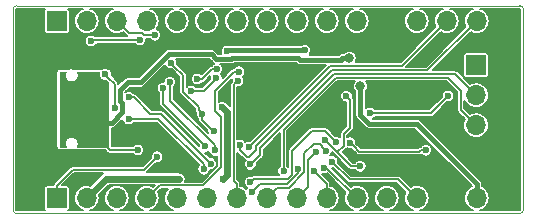
<source format=gbl>
G04 #@! TF.GenerationSoftware,KiCad,Pcbnew,5.0.1*
G04 #@! TF.CreationDate,2019-10-23T21:32:48+02:00*
G04 #@! TF.ProjectId,OtterPill,4F7474657250696C6C2E6B696361645F,rev?*
G04 #@! TF.SameCoordinates,Original*
G04 #@! TF.FileFunction,Copper,L2,Bot,Signal*
G04 #@! TF.FilePolarity,Positive*
%FSLAX46Y46*%
G04 Gerber Fmt 4.6, Leading zero omitted, Abs format (unit mm)*
G04 Created by KiCad (PCBNEW 5.0.1) date Wed 23 Oct 2019 09:32:48 PM CEST*
%MOMM*%
%LPD*%
G01*
G04 APERTURE LIST*
G04 #@! TA.AperFunction,NonConductor*
%ADD10C,0.050000*%
G04 #@! TD*
G04 #@! TA.AperFunction,ComponentPad*
%ADD11O,1.700000X1.700000*%
G04 #@! TD*
G04 #@! TA.AperFunction,ComponentPad*
%ADD12R,1.700000X1.700000*%
G04 #@! TD*
G04 #@! TA.AperFunction,ComponentPad*
%ADD13O,2.100000X1.000000*%
G04 #@! TD*
G04 #@! TA.AperFunction,ComponentPad*
%ADD14O,1.600000X1.000000*%
G04 #@! TD*
G04 #@! TA.AperFunction,ViaPad*
%ADD15C,0.600000*%
G04 #@! TD*
G04 #@! TA.AperFunction,ViaPad*
%ADD16C,0.800000*%
G04 #@! TD*
G04 #@! TA.AperFunction,Conductor*
%ADD17C,0.200000*%
G04 #@! TD*
G04 #@! TA.AperFunction,Conductor*
%ADD18C,0.400000*%
G04 #@! TD*
G04 #@! TA.AperFunction,Conductor*
%ADD19C,0.600000*%
G04 #@! TD*
G04 #@! TA.AperFunction,Conductor*
%ADD20C,0.157000*%
G04 #@! TD*
G04 #@! TA.AperFunction,Conductor*
%ADD21C,0.100000*%
G04 #@! TD*
G04 APERTURE END LIST*
D10*
X63200000Y-37100000D02*
G75*
G02X62900000Y-37400000I-300000J0D01*
G01*
X62900000Y-19800000D02*
G75*
G02X63200000Y-20100000I0J-300000D01*
G01*
X20000000Y-20100000D02*
G75*
G02X20300000Y-19800000I300000J0D01*
G01*
X20300000Y-37400000D02*
G75*
G02X20000000Y-37100000I0J300000D01*
G01*
X20000000Y-37100000D02*
X20000000Y-20100000D01*
X62900000Y-37400000D02*
X20300000Y-37400000D01*
X63200000Y-20100000D02*
X63200000Y-37100000D01*
X20300000Y-19800000D02*
X62900000Y-19800000D01*
D11*
G04 #@! TO.P,J3,15*
G04 #@! TO.N,315*
X59260000Y-21100000D03*
G04 #@! TO.P,J3,14*
G04 #@! TO.N,314*
X56720000Y-21100000D03*
G04 #@! TO.P,J3,13*
G04 #@! TO.N,313*
X54180000Y-21100000D03*
G04 #@! TO.P,J3,12*
G04 #@! TO.N,GND*
X51640000Y-21100000D03*
G04 #@! TO.P,J3,11*
G04 #@! TO.N,311*
X49100000Y-21100000D03*
G04 #@! TO.P,J3,10*
G04 #@! TO.N,310*
X46560000Y-21100000D03*
G04 #@! TO.P,J3,9*
G04 #@! TO.N,39*
X44020000Y-21100000D03*
G04 #@! TO.P,J3,8*
G04 #@! TO.N,38*
X41480000Y-21100000D03*
G04 #@! TO.P,J3,7*
G04 #@! TO.N,37*
X38940000Y-21100000D03*
G04 #@! TO.P,J3,6*
G04 #@! TO.N,36*
X36400000Y-21100000D03*
G04 #@! TO.P,J3,5*
G04 #@! TO.N,35*
X33860000Y-21100000D03*
G04 #@! TO.P,J3,4*
G04 #@! TO.N,INT_N*
X31320000Y-21100000D03*
G04 #@! TO.P,J3,3*
G04 #@! TO.N,33*
X28780000Y-21100000D03*
G04 #@! TO.P,J3,2*
G04 #@! TO.N,32*
X26240000Y-21100000D03*
D12*
G04 #@! TO.P,J3,1*
G04 #@! TO.N,31*
X23700000Y-21100000D03*
G04 #@! TD*
D11*
G04 #@! TO.P,J4,15*
G04 #@! TO.N,VIN*
X59260000Y-36100000D03*
G04 #@! TO.P,J4,14*
G04 #@! TO.N,GND*
X56720000Y-36100000D03*
G04 #@! TO.P,J4,13*
G04 #@! TO.N,413*
X54180000Y-36100000D03*
G04 #@! TO.P,J4,12*
G04 #@! TO.N,+3V3*
X51640000Y-36100000D03*
G04 #@! TO.P,J4,11*
G04 #@! TO.N,411*
X49100000Y-36100000D03*
G04 #@! TO.P,J4,10*
G04 #@! TO.N,410*
X46560000Y-36100000D03*
G04 #@! TO.P,J4,9*
G04 #@! TO.N,49*
X44020000Y-36100000D03*
G04 #@! TO.P,J4,8*
G04 #@! TO.N,48*
X41480000Y-36100000D03*
G04 #@! TO.P,J4,7*
G04 #@! TO.N,47*
X38940000Y-36100000D03*
G04 #@! TO.P,J4,6*
G04 #@! TO.N,46*
X36400000Y-36100000D03*
G04 #@! TO.P,J4,5*
G04 #@! TO.N,45*
X33860000Y-36100000D03*
G04 #@! TO.P,J4,4*
G04 #@! TO.N,44*
X31320000Y-36100000D03*
G04 #@! TO.P,J4,3*
G04 #@! TO.N,43*
X28780000Y-36100000D03*
G04 #@! TO.P,J4,2*
G04 #@! TO.N,+3V3*
X26240000Y-36100000D03*
D12*
G04 #@! TO.P,J4,1*
G04 #@! TO.N,41*
X23700000Y-36100000D03*
G04 #@! TD*
D11*
G04 #@! TO.P,J5,4*
G04 #@! TO.N,GND*
X59200000Y-32470000D03*
G04 #@! TO.P,J5,3*
G04 #@! TO.N,SWCLK*
X59200000Y-29930000D03*
G04 #@! TO.P,J5,2*
G04 #@! TO.N,SWDIO*
X59200000Y-27390000D03*
D12*
G04 #@! TO.P,J5,1*
G04 #@! TO.N,+3V3*
X59200000Y-24850000D03*
G04 #@! TD*
D13*
G04 #@! TO.P,J1,S1*
G04 #@! TO.N,GND*
X25454999Y-24250000D03*
X25454999Y-32890000D03*
D14*
X21274999Y-24250000D03*
X21274999Y-32890000D03*
G04 #@! TD*
D15*
G04 #@! TO.N,GND*
X50300000Y-36750000D03*
X52900000Y-36800000D03*
X43600000Y-30700000D03*
X42350000Y-31250000D03*
X34100000Y-32000000D03*
X37900000Y-27100000D03*
X45500000Y-28700000D03*
X39900000Y-28600000D03*
X42700000Y-25700000D03*
X34400000Y-27900000D03*
X46100000Y-23200000D03*
X46800000Y-23200000D03*
X30550000Y-32900000D03*
X25150000Y-34950000D03*
X50250000Y-32850000D03*
X51350000Y-27850000D03*
X54000000Y-27700000D03*
X32000000Y-30100000D03*
X32677831Y-21685988D03*
X47800000Y-36800000D03*
X27500000Y-36800000D03*
X30050000Y-36850000D03*
X32550000Y-36800000D03*
X25050000Y-20400000D03*
X27500000Y-20400000D03*
X35150000Y-20400000D03*
X37650000Y-20400000D03*
X45250000Y-20350000D03*
X42750000Y-20350000D03*
X47850000Y-20350000D03*
X40150000Y-20400000D03*
X32600000Y-20400000D03*
X51500000Y-24100000D03*
X56100000Y-25050000D03*
X56100000Y-23400000D03*
X58500000Y-23200000D03*
X58000000Y-20400000D03*
X55400000Y-20400000D03*
X39500000Y-22500000D03*
X36325000Y-24700000D03*
X51400000Y-30575000D03*
X53950000Y-32710510D03*
X50049521Y-31614490D03*
X47950000Y-28525000D03*
X41285965Y-33185965D03*
X30809501Y-24965499D03*
X31825000Y-28275000D03*
X38150000Y-25025000D03*
G04 #@! TO.N,VBUS*
X24500000Y-28800000D03*
X27700000Y-31500000D03*
X27700000Y-30900000D03*
X24500000Y-29700000D03*
X24500000Y-27900000D03*
X30550000Y-32025000D03*
D16*
X48456615Y-24250479D03*
D15*
X25150000Y-27200000D03*
X25150000Y-30250000D03*
X27695154Y-26355022D03*
G04 #@! TO.N,+3V3*
X56817211Y-27442634D03*
X50213064Y-28900000D03*
X44700000Y-23600000D03*
X37700000Y-28400000D03*
X37789027Y-34443026D03*
X34081842Y-34460831D03*
X38125000Y-23650000D03*
X28592990Y-28500000D03*
X30728163Y-22721837D03*
X26600000Y-22800000D03*
X27775000Y-25600000D03*
G04 #@! TO.N,Net-(R5-Pad1)*
X49400000Y-33400008D03*
X46419696Y-31198766D03*
X48225000Y-27475000D03*
G04 #@! TO.N,SWCLK*
X42900000Y-33800000D03*
G04 #@! TO.N,SWDIO*
X40098260Y-33246803D03*
G04 #@! TO.N,INT_N*
X36022532Y-28945561D03*
X36991401Y-30431042D03*
X33364577Y-24664577D03*
G04 #@! TO.N,SDA*
X35091649Y-27034322D03*
X37205079Y-25949202D03*
G04 #@! TO.N,SCL*
X35585423Y-26014577D03*
X37243517Y-25193166D03*
G04 #@! TO.N,USB_P*
X36135073Y-33653275D03*
X29775000Y-29400000D03*
G04 #@! TO.N,USB_N*
X36718588Y-33171011D03*
X29800000Y-27575000D03*
D16*
G04 #@! TO.N,VIN*
X49413054Y-26626108D03*
D15*
G04 #@! TO.N,315*
X39203875Y-31598615D03*
G04 #@! TO.N,314*
X39939864Y-31775780D03*
G04 #@! TO.N,313*
X54942216Y-32057784D03*
X48535510Y-31400720D03*
G04 #@! TO.N,33*
X31987115Y-22312885D03*
G04 #@! TO.N,32*
X37061841Y-32064490D03*
X33269503Y-26301268D03*
G04 #@! TO.N,31*
X36275599Y-31713774D03*
X32700000Y-26800000D03*
G04 #@! TO.N,413*
X47000000Y-33000000D03*
G04 #@! TO.N,411*
X46300000Y-33535510D03*
G04 #@! TO.N,410*
X45520533Y-33834528D03*
G04 #@! TO.N,49*
X45683485Y-32152439D03*
G04 #@! TO.N,48*
X46468088Y-32111434D03*
G04 #@! TO.N,47*
X39035307Y-26151680D03*
G04 #@! TO.N,46*
X44135510Y-33594879D03*
X40200000Y-35599994D03*
G04 #@! TO.N,45*
X47381696Y-31370610D03*
X40091159Y-34760814D03*
G04 #@! TO.N,44*
X39125000Y-25400000D03*
G04 #@! TO.N,41*
X32200000Y-32600000D03*
G04 #@! TD*
D17*
G04 #@! TO.N,VBUS*
X28225000Y-32025000D02*
X27700000Y-31500000D01*
X30550000Y-32025000D02*
X28225000Y-32025000D01*
D18*
X47890930Y-24250479D02*
X48456615Y-24250479D01*
X47759174Y-24382235D02*
X47890930Y-24250479D01*
X44282235Y-24382235D02*
X47759174Y-24382235D01*
X44100000Y-24200000D02*
X44282235Y-24382235D01*
X38440361Y-24307001D02*
X38547362Y-24200000D01*
X30800000Y-26300000D02*
X33200000Y-23900000D01*
X36802638Y-23900000D02*
X37209639Y-24307001D01*
X37209639Y-24307001D02*
X38440361Y-24307001D01*
X33200000Y-23900000D02*
X36802638Y-23900000D01*
X38547362Y-24200000D02*
X44100000Y-24200000D01*
X24500000Y-29700000D02*
X28375000Y-29700000D01*
X28375000Y-29700000D02*
X29250000Y-28825000D01*
X29250000Y-28825000D02*
X29250000Y-28050000D01*
X29250000Y-28050000D02*
X29075000Y-27875000D01*
X29075000Y-26925000D02*
X29700000Y-26300000D01*
X29075000Y-27875000D02*
X29075000Y-26925000D01*
X29700000Y-26300000D02*
X30800000Y-26300000D01*
X27695154Y-28395154D02*
X27695154Y-26779286D01*
X27695154Y-26779286D02*
X27695154Y-26355022D01*
X27800000Y-28500000D02*
X27695154Y-28395154D01*
D17*
G04 #@! TO.N,+3V3*
X56817211Y-27442634D02*
X55359845Y-28900000D01*
X55359845Y-28900000D02*
X50637328Y-28900000D01*
X50637328Y-28900000D02*
X50213064Y-28900000D01*
D19*
X27879169Y-34460831D02*
X33657578Y-34460831D01*
X33657578Y-34460831D02*
X34081842Y-34460831D01*
X26240000Y-36100000D02*
X27879169Y-34460831D01*
X38089026Y-34143027D02*
X37789027Y-34443026D01*
X38132862Y-34099191D02*
X38089026Y-34143027D01*
X38132862Y-28832862D02*
X38132862Y-34099191D01*
X37700000Y-28400000D02*
X38132862Y-28832862D01*
D18*
X44700000Y-23600000D02*
X38175000Y-23600000D01*
X38175000Y-23600000D02*
X38125000Y-23650000D01*
D17*
X26678163Y-22721837D02*
X26600000Y-22800000D01*
X30728163Y-22721837D02*
X26678163Y-22721837D01*
D20*
X28592990Y-26417990D02*
X28074999Y-25899999D01*
X28592990Y-28500000D02*
X28592990Y-26417990D01*
X28074999Y-25899999D02*
X27775000Y-25600000D01*
G04 #@! TO.N,Net-(R5-Pad1)*
X46719695Y-31498765D02*
X46419696Y-31198766D01*
X49400000Y-33400008D02*
X48620938Y-33400008D01*
X48524999Y-27774999D02*
X48524999Y-30150001D01*
X48225000Y-27475000D02*
X48524999Y-27774999D01*
X48524999Y-30150001D02*
X48000000Y-30675000D01*
X48000000Y-31675000D02*
X47447965Y-32227035D01*
X48000000Y-30675000D02*
X48000000Y-31675000D01*
X48620938Y-33400008D02*
X47447965Y-32227035D01*
X47447965Y-32227035D02*
X46719695Y-31498765D01*
G04 #@! TO.N,SWCLK*
X42900000Y-33375736D02*
X42900000Y-33800000D01*
X57900000Y-28630000D02*
X57900000Y-27000000D01*
X59200000Y-29930000D02*
X57900000Y-28630000D01*
X47300000Y-25900000D02*
X42900000Y-30300000D01*
X56800000Y-25900000D02*
X47300000Y-25900000D01*
X57900000Y-27000000D02*
X56800000Y-25900000D01*
X42900000Y-30300000D02*
X42900000Y-33375736D01*
G04 #@! TO.N,SWDIO*
X57395989Y-25585989D02*
X47169933Y-25585989D01*
X40900000Y-32445063D02*
X40398259Y-32946804D01*
X40398259Y-32946804D02*
X40098260Y-33246803D01*
X47169933Y-25585989D02*
X40900000Y-31855922D01*
X59200000Y-27390000D02*
X57395989Y-25585989D01*
X40900000Y-31855922D02*
X40900000Y-32445063D01*
D17*
G04 #@! TO.N,INT_N*
X36022532Y-28945561D02*
X36022532Y-29462173D01*
X36691402Y-30131043D02*
X36991401Y-30431042D01*
X36022532Y-29462173D02*
X36691402Y-30131043D01*
D20*
X31400000Y-21180000D02*
X31320000Y-21100000D01*
X35722533Y-28422533D02*
X34400000Y-27100000D01*
X34400000Y-27100000D02*
X34400000Y-25700000D01*
X34400000Y-25700000D02*
X33664576Y-24964576D01*
X33664576Y-24964576D02*
X33364577Y-24664577D01*
X35722533Y-28645562D02*
X35722533Y-28422533D01*
X36022532Y-28945561D02*
X35722533Y-28645562D01*
G04 #@! TO.N,SDA*
X36905080Y-26249201D02*
X37205079Y-25949202D01*
X35107500Y-26992500D02*
X36161781Y-26992500D01*
X36161781Y-26992500D02*
X36905080Y-26249201D01*
G04 #@! TO.N,SCL*
X36831098Y-25193166D02*
X37243517Y-25193166D01*
X35585423Y-26014577D02*
X36009687Y-26014577D01*
X36009687Y-26014577D02*
X36831098Y-25193166D01*
D17*
G04 #@! TO.N,USB_P*
X32306062Y-29400000D02*
X30199264Y-29400000D01*
X36135073Y-33229011D02*
X32306062Y-29400000D01*
X30199264Y-29400000D02*
X29775000Y-29400000D01*
X36135073Y-33653275D02*
X36135073Y-33229011D01*
G04 #@! TO.N,USB_N*
X30224264Y-27575000D02*
X29800000Y-27575000D01*
X31624264Y-28975000D02*
X30224264Y-27575000D01*
X36718588Y-33171011D02*
X32522577Y-28975000D01*
X32522577Y-28975000D02*
X31624264Y-28975000D01*
D18*
G04 #@! TO.N,VIN*
X49413054Y-27191793D02*
X49413054Y-26626108D01*
X49413054Y-29063054D02*
X49413054Y-27191793D01*
X54162081Y-29800000D02*
X50150000Y-29800000D01*
X59260000Y-36100000D02*
X59260000Y-34897919D01*
X50150000Y-29800000D02*
X49413054Y-29063054D01*
X59260000Y-34897919D02*
X54162081Y-29800000D01*
D20*
G04 #@! TO.N,315*
X47039866Y-25271978D02*
X40585989Y-31725855D01*
X40585989Y-32014011D02*
X40000000Y-32600000D01*
X40000000Y-32600000D02*
X39780996Y-32600000D01*
X39203875Y-32022879D02*
X39203875Y-31598615D01*
X40585989Y-31725855D02*
X40585989Y-32014011D01*
X55088022Y-25271978D02*
X47039866Y-25271978D01*
X59260000Y-21100000D02*
X55088022Y-25271978D01*
X39780996Y-32600000D02*
X39203875Y-32022879D01*
G04 #@! TO.N,314*
X56720000Y-21100000D02*
X52934011Y-24885989D01*
X40239863Y-31475781D02*
X39939864Y-31775780D01*
X46829655Y-24885989D02*
X40239863Y-31475781D01*
X52934011Y-24885989D02*
X46829655Y-24885989D01*
G04 #@! TO.N,313*
X48835509Y-31700719D02*
X48535510Y-31400720D01*
X49309790Y-32175000D02*
X48835509Y-31700719D01*
X54942216Y-32057784D02*
X54517952Y-32057784D01*
X54517952Y-32057784D02*
X54400736Y-32175000D01*
X54400736Y-32175000D02*
X49309790Y-32175000D01*
G04 #@! TO.N,33*
X29783449Y-22103449D02*
X30902318Y-22103449D01*
X30902318Y-22103449D02*
X31111754Y-22312885D01*
X28780000Y-21100000D02*
X29783449Y-22103449D01*
X31562851Y-22312885D02*
X31987115Y-22312885D01*
X31111754Y-22312885D02*
X31562851Y-22312885D01*
G04 #@! TO.N,32*
X37061841Y-31640226D02*
X33269503Y-27847888D01*
X33269503Y-26725532D02*
X33269503Y-26301268D01*
X33269503Y-27847888D02*
X33269503Y-26725532D01*
X37061841Y-32064490D02*
X37061841Y-31640226D01*
G04 #@! TO.N,31*
X36275599Y-31713774D02*
X32700000Y-28138175D01*
X32700000Y-27224264D02*
X32700000Y-26800000D01*
X32700000Y-28138175D02*
X32700000Y-27224264D01*
G04 #@! TO.N,413*
X48500000Y-34500000D02*
X47000000Y-33000000D01*
X54180000Y-36100000D02*
X52580000Y-34500000D01*
X52580000Y-34500000D02*
X48500000Y-34500000D01*
G04 #@! TO.N,411*
X49100000Y-36100000D02*
X46535510Y-33535510D01*
X46535510Y-33535510D02*
X46300000Y-33535510D01*
G04 #@! TO.N,410*
X46560000Y-36100000D02*
X46560000Y-34873995D01*
X46560000Y-34873995D02*
X45820532Y-34134527D01*
X45820532Y-34134527D02*
X45520533Y-33834528D01*
G04 #@! TO.N,49*
X44985023Y-32850901D02*
X45383486Y-32452438D01*
X44985023Y-35134977D02*
X44985023Y-32850901D01*
X45383486Y-32452438D02*
X45683485Y-32152439D01*
X44020000Y-36100000D02*
X44985023Y-35134977D01*
G04 #@! TO.N,48*
X46168089Y-31811435D02*
X46468088Y-32111434D01*
X46168089Y-31704485D02*
X46168089Y-31811435D01*
X42329999Y-35250001D02*
X43338155Y-35250001D01*
X44671012Y-33917144D02*
X44671012Y-32293770D01*
X45989419Y-31525815D02*
X46168089Y-31704485D01*
X41480000Y-36100000D02*
X42329999Y-35250001D01*
X45438967Y-31525815D02*
X45989419Y-31525815D01*
X43338155Y-35250001D02*
X44671012Y-33917144D01*
X44671012Y-32293770D02*
X45438967Y-31525815D01*
G04 #@! TO.N,47*
X38735308Y-26451679D02*
X39035307Y-26151680D01*
X38668373Y-26518614D02*
X38735308Y-26451679D01*
X38940000Y-34897919D02*
X38668373Y-34626292D01*
X38668373Y-34626292D02*
X38668373Y-26518614D01*
X38940000Y-36100000D02*
X38940000Y-34897919D01*
G04 #@! TO.N,46*
X40885983Y-34914011D02*
X40499999Y-35299995D01*
X43230067Y-34914011D02*
X40885983Y-34914011D01*
X44135510Y-33594879D02*
X44135510Y-34008568D01*
X40499999Y-35299995D02*
X40200000Y-35599994D01*
X44135510Y-34008568D02*
X43230067Y-34914011D01*
G04 #@! TO.N,45*
X43239187Y-34460815D02*
X40391158Y-34460815D01*
X45300000Y-30400000D02*
X43600000Y-32100000D01*
X43600000Y-32100000D02*
X43600000Y-34100002D01*
X43600000Y-34100002D02*
X43239187Y-34460815D01*
X40391158Y-34460815D02*
X40091159Y-34760814D01*
X46411086Y-30400000D02*
X45300000Y-30400000D01*
X47381696Y-31370610D02*
X46411086Y-30400000D01*
G04 #@! TO.N,44*
X31320000Y-36100000D02*
X32405501Y-35014499D01*
X36085501Y-35014499D02*
X37597351Y-33502649D01*
X32405501Y-35014499D02*
X36085501Y-35014499D01*
X37597351Y-33502649D02*
X37597351Y-29197351D01*
X37100000Y-27000736D02*
X38700736Y-25400000D01*
X37597351Y-29197351D02*
X37100000Y-28700000D01*
X38700736Y-25400000D02*
X39125000Y-25400000D01*
X37100000Y-28700000D02*
X37100000Y-27000736D01*
G04 #@! TO.N,41*
X23700000Y-35050000D02*
X23700000Y-36100000D01*
X25059990Y-33690010D02*
X23700000Y-35050000D01*
X31109990Y-33690010D02*
X25059990Y-33690010D01*
X32200000Y-32600000D02*
X31109990Y-33690010D01*
G04 #@! TD*
D21*
G04 #@! TO.N,VBUS*
G36*
X24413444Y-25524821D02*
X24392999Y-25627603D01*
X24392999Y-25732397D01*
X24413444Y-25835179D01*
X24453547Y-25931996D01*
X24511768Y-26019130D01*
X24585869Y-26093231D01*
X24673003Y-26151452D01*
X24769820Y-26191555D01*
X24872602Y-26212000D01*
X24977396Y-26212000D01*
X25080178Y-26191555D01*
X25176995Y-26151452D01*
X25264129Y-26093231D01*
X25338230Y-26019130D01*
X25396451Y-25931996D01*
X25436554Y-25835179D01*
X25456999Y-25732397D01*
X25456999Y-25627603D01*
X25436554Y-25524821D01*
X25405562Y-25450000D01*
X27288360Y-25450000D01*
X27287484Y-25452114D01*
X27268000Y-25550065D01*
X27268000Y-25649935D01*
X27287484Y-25747886D01*
X27325703Y-25840154D01*
X27381188Y-25923194D01*
X27451806Y-25993812D01*
X27534846Y-26049297D01*
X27627114Y-26087516D01*
X27725065Y-26107000D01*
X27824935Y-26107000D01*
X27869398Y-26098156D01*
X27883035Y-26111793D01*
X27883040Y-26111797D01*
X28050000Y-26278757D01*
X28050000Y-31750000D01*
X25371058Y-31750000D01*
X25396451Y-31711996D01*
X25436554Y-31615179D01*
X25456999Y-31512397D01*
X25456999Y-31407603D01*
X25436554Y-31304821D01*
X25396451Y-31208004D01*
X25338230Y-31120870D01*
X25264129Y-31046769D01*
X25176995Y-30988548D01*
X25080178Y-30948445D01*
X24977396Y-30928000D01*
X24872602Y-30928000D01*
X24769820Y-30948445D01*
X24673003Y-30988548D01*
X24585869Y-31046769D01*
X24511768Y-31120870D01*
X24453547Y-31208004D01*
X24413444Y-31304821D01*
X24392999Y-31407603D01*
X24392999Y-31512397D01*
X24413444Y-31615179D01*
X24453547Y-31711996D01*
X24478940Y-31750000D01*
X23950000Y-31750000D01*
X23950000Y-25450000D01*
X24444436Y-25450000D01*
X24413444Y-25524821D01*
X24413444Y-25524821D01*
G37*
X24413444Y-25524821D02*
X24392999Y-25627603D01*
X24392999Y-25732397D01*
X24413444Y-25835179D01*
X24453547Y-25931996D01*
X24511768Y-26019130D01*
X24585869Y-26093231D01*
X24673003Y-26151452D01*
X24769820Y-26191555D01*
X24872602Y-26212000D01*
X24977396Y-26212000D01*
X25080178Y-26191555D01*
X25176995Y-26151452D01*
X25264129Y-26093231D01*
X25338230Y-26019130D01*
X25396451Y-25931996D01*
X25436554Y-25835179D01*
X25456999Y-25732397D01*
X25456999Y-25627603D01*
X25436554Y-25524821D01*
X25405562Y-25450000D01*
X27288360Y-25450000D01*
X27287484Y-25452114D01*
X27268000Y-25550065D01*
X27268000Y-25649935D01*
X27287484Y-25747886D01*
X27325703Y-25840154D01*
X27381188Y-25923194D01*
X27451806Y-25993812D01*
X27534846Y-26049297D01*
X27627114Y-26087516D01*
X27725065Y-26107000D01*
X27824935Y-26107000D01*
X27869398Y-26098156D01*
X27883035Y-26111793D01*
X27883040Y-26111797D01*
X28050000Y-26278757D01*
X28050000Y-31750000D01*
X25371058Y-31750000D01*
X25396451Y-31711996D01*
X25436554Y-31615179D01*
X25456999Y-31512397D01*
X25456999Y-31407603D01*
X25436554Y-31304821D01*
X25396451Y-31208004D01*
X25338230Y-31120870D01*
X25264129Y-31046769D01*
X25176995Y-30988548D01*
X25080178Y-30948445D01*
X24977396Y-30928000D01*
X24872602Y-30928000D01*
X24769820Y-30948445D01*
X24673003Y-30988548D01*
X24585869Y-31046769D01*
X24511768Y-31120870D01*
X24453547Y-31208004D01*
X24413444Y-31304821D01*
X24392999Y-31407603D01*
X24392999Y-31512397D01*
X24413444Y-31615179D01*
X24453547Y-31711996D01*
X24478940Y-31750000D01*
X23950000Y-31750000D01*
X23950000Y-25450000D01*
X24444436Y-25450000D01*
X24413444Y-25524821D01*
D20*
G04 #@! TO.N,GND*
G36*
X48267060Y-34711123D02*
X48276894Y-34723106D01*
X48324707Y-34762344D01*
X48379256Y-34791502D01*
X48438445Y-34809456D01*
X48484578Y-34814000D01*
X48484580Y-34814000D01*
X48499999Y-34815519D01*
X48515418Y-34814000D01*
X52449938Y-34814000D01*
X53223219Y-35587281D01*
X53172277Y-35682587D01*
X53110206Y-35887205D01*
X53089248Y-36100000D01*
X53110206Y-36312795D01*
X53172277Y-36517413D01*
X53273073Y-36705989D01*
X53408722Y-36871278D01*
X53574011Y-37006927D01*
X53762587Y-37107723D01*
X53867340Y-37139500D01*
X51952660Y-37139500D01*
X52057413Y-37107723D01*
X52245989Y-37006927D01*
X52411278Y-36871278D01*
X52546927Y-36705989D01*
X52647723Y-36517413D01*
X52709794Y-36312795D01*
X52730752Y-36100000D01*
X52709794Y-35887205D01*
X52647723Y-35682587D01*
X52546927Y-35494011D01*
X52411278Y-35328722D01*
X52245989Y-35193073D01*
X52057413Y-35092277D01*
X51852795Y-35030206D01*
X51693326Y-35014500D01*
X51586674Y-35014500D01*
X51427205Y-35030206D01*
X51222587Y-35092277D01*
X51034011Y-35193073D01*
X50868722Y-35328722D01*
X50733073Y-35494011D01*
X50632277Y-35682587D01*
X50570206Y-35887205D01*
X50549248Y-36100000D01*
X50570206Y-36312795D01*
X50632277Y-36517413D01*
X50733073Y-36705989D01*
X50868722Y-36871278D01*
X51034011Y-37006927D01*
X51222587Y-37107723D01*
X51327340Y-37139500D01*
X49412660Y-37139500D01*
X49517413Y-37107723D01*
X49705989Y-37006927D01*
X49871278Y-36871278D01*
X50006927Y-36705989D01*
X50107723Y-36517413D01*
X50169794Y-36312795D01*
X50190752Y-36100000D01*
X50169794Y-35887205D01*
X50107723Y-35682587D01*
X50006927Y-35494011D01*
X49871278Y-35328722D01*
X49705989Y-35193073D01*
X49517413Y-35092277D01*
X49312795Y-35030206D01*
X49153326Y-35014500D01*
X49046674Y-35014500D01*
X48887205Y-35030206D01*
X48682587Y-35092277D01*
X48587282Y-35143219D01*
X46979562Y-33535500D01*
X47052742Y-33535500D01*
X47085018Y-33529080D01*
X48267060Y-34711123D01*
X48267060Y-34711123D01*
G37*
X48267060Y-34711123D02*
X48276894Y-34723106D01*
X48324707Y-34762344D01*
X48379256Y-34791502D01*
X48438445Y-34809456D01*
X48484578Y-34814000D01*
X48484580Y-34814000D01*
X48499999Y-34815519D01*
X48515418Y-34814000D01*
X52449938Y-34814000D01*
X53223219Y-35587281D01*
X53172277Y-35682587D01*
X53110206Y-35887205D01*
X53089248Y-36100000D01*
X53110206Y-36312795D01*
X53172277Y-36517413D01*
X53273073Y-36705989D01*
X53408722Y-36871278D01*
X53574011Y-37006927D01*
X53762587Y-37107723D01*
X53867340Y-37139500D01*
X51952660Y-37139500D01*
X52057413Y-37107723D01*
X52245989Y-37006927D01*
X52411278Y-36871278D01*
X52546927Y-36705989D01*
X52647723Y-36517413D01*
X52709794Y-36312795D01*
X52730752Y-36100000D01*
X52709794Y-35887205D01*
X52647723Y-35682587D01*
X52546927Y-35494011D01*
X52411278Y-35328722D01*
X52245989Y-35193073D01*
X52057413Y-35092277D01*
X51852795Y-35030206D01*
X51693326Y-35014500D01*
X51586674Y-35014500D01*
X51427205Y-35030206D01*
X51222587Y-35092277D01*
X51034011Y-35193073D01*
X50868722Y-35328722D01*
X50733073Y-35494011D01*
X50632277Y-35682587D01*
X50570206Y-35887205D01*
X50549248Y-36100000D01*
X50570206Y-36312795D01*
X50632277Y-36517413D01*
X50733073Y-36705989D01*
X50868722Y-36871278D01*
X51034011Y-37006927D01*
X51222587Y-37107723D01*
X51327340Y-37139500D01*
X49412660Y-37139500D01*
X49517413Y-37107723D01*
X49705989Y-37006927D01*
X49871278Y-36871278D01*
X50006927Y-36705989D01*
X50107723Y-36517413D01*
X50169794Y-36312795D01*
X50190752Y-36100000D01*
X50169794Y-35887205D01*
X50107723Y-35682587D01*
X50006927Y-35494011D01*
X49871278Y-35328722D01*
X49705989Y-35193073D01*
X49517413Y-35092277D01*
X49312795Y-35030206D01*
X49153326Y-35014500D01*
X49046674Y-35014500D01*
X48887205Y-35030206D01*
X48682587Y-35092277D01*
X48587282Y-35143219D01*
X46979562Y-33535500D01*
X47052742Y-33535500D01*
X47085018Y-33529080D01*
X48267060Y-34711123D01*
G36*
X48919429Y-26221000D02*
X48849881Y-26325086D01*
X48801976Y-26440739D01*
X48777554Y-26563517D01*
X48777554Y-26688699D01*
X48801976Y-26811477D01*
X48849881Y-26927130D01*
X48919429Y-27031216D01*
X48977554Y-27089341D01*
X48977554Y-27213186D01*
X48977555Y-27213196D01*
X48977554Y-29041662D01*
X48975447Y-29063054D01*
X48977554Y-29084445D01*
X48977554Y-29084447D01*
X48983855Y-29148426D01*
X49003560Y-29213382D01*
X49008758Y-29230518D01*
X49049197Y-29306175D01*
X49058980Y-29318095D01*
X49103619Y-29372489D01*
X49120242Y-29386131D01*
X49826927Y-30092817D01*
X49840565Y-30109435D01*
X49857182Y-30123072D01*
X49906878Y-30163857D01*
X49935688Y-30179256D01*
X49982535Y-30204296D01*
X50064627Y-30229199D01*
X50128606Y-30235500D01*
X50128608Y-30235500D01*
X50149999Y-30237607D01*
X50171391Y-30235500D01*
X53981692Y-30235500D01*
X58824501Y-35078310D01*
X58824501Y-35101944D01*
X58654011Y-35193073D01*
X58488722Y-35328722D01*
X58353073Y-35494011D01*
X58252277Y-35682587D01*
X58190206Y-35887205D01*
X58169248Y-36100000D01*
X58190206Y-36312795D01*
X58252277Y-36517413D01*
X58353073Y-36705989D01*
X58488722Y-36871278D01*
X58654011Y-37006927D01*
X58842587Y-37107723D01*
X58947340Y-37139500D01*
X54492660Y-37139500D01*
X54597413Y-37107723D01*
X54785989Y-37006927D01*
X54951278Y-36871278D01*
X55086927Y-36705989D01*
X55187723Y-36517413D01*
X55249794Y-36312795D01*
X55270752Y-36100000D01*
X55249794Y-35887205D01*
X55187723Y-35682587D01*
X55086927Y-35494011D01*
X54951278Y-35328722D01*
X54785989Y-35193073D01*
X54597413Y-35092277D01*
X54392795Y-35030206D01*
X54233326Y-35014500D01*
X54126674Y-35014500D01*
X53967205Y-35030206D01*
X53762587Y-35092277D01*
X53667281Y-35143219D01*
X52812944Y-34288882D01*
X52803106Y-34276894D01*
X52755293Y-34237656D01*
X52700744Y-34208498D01*
X52641555Y-34190544D01*
X52595422Y-34186000D01*
X52595421Y-34186000D01*
X52580000Y-34184481D01*
X52564579Y-34186000D01*
X48630063Y-34186000D01*
X47529080Y-33085018D01*
X47535500Y-33052742D01*
X47535500Y-32947258D01*
X47514921Y-32843800D01*
X47474554Y-32746346D01*
X47415950Y-32658639D01*
X47341361Y-32584050D01*
X47253654Y-32525446D01*
X47156200Y-32485079D01*
X47052742Y-32464500D01*
X46947258Y-32464500D01*
X46853729Y-32483104D01*
X46884038Y-32452795D01*
X46942642Y-32365088D01*
X46983009Y-32267634D01*
X46993211Y-32216344D01*
X47215034Y-32438167D01*
X47224860Y-32450140D01*
X47236833Y-32459966D01*
X47236838Y-32459971D01*
X47236843Y-32459975D01*
X48387998Y-33611131D01*
X48397832Y-33623114D01*
X48445645Y-33662352D01*
X48500194Y-33691510D01*
X48559383Y-33709464D01*
X48605516Y-33714008D01*
X48605518Y-33714008D01*
X48620937Y-33715527D01*
X48636356Y-33714008D01*
X48965768Y-33714008D01*
X48984050Y-33741369D01*
X49058639Y-33815958D01*
X49146346Y-33874562D01*
X49243800Y-33914929D01*
X49347258Y-33935508D01*
X49452742Y-33935508D01*
X49556200Y-33914929D01*
X49653654Y-33874562D01*
X49741361Y-33815958D01*
X49815950Y-33741369D01*
X49874554Y-33653662D01*
X49914921Y-33556208D01*
X49935500Y-33452750D01*
X49935500Y-33347266D01*
X49914921Y-33243808D01*
X49874554Y-33146354D01*
X49815950Y-33058647D01*
X49741361Y-32984058D01*
X49653654Y-32925454D01*
X49556200Y-32885087D01*
X49452742Y-32864508D01*
X49347258Y-32864508D01*
X49243800Y-32885087D01*
X49146346Y-32925454D01*
X49058639Y-32984058D01*
X48984050Y-33058647D01*
X48965768Y-33086008D01*
X48751001Y-33086008D01*
X47892027Y-32227035D01*
X48211123Y-31907940D01*
X48223106Y-31898106D01*
X48256014Y-31858007D01*
X48281856Y-31875274D01*
X48379310Y-31915641D01*
X48482768Y-31936220D01*
X48588252Y-31936220D01*
X48620527Y-31929800D01*
X48624382Y-31933655D01*
X48624387Y-31933659D01*
X49076850Y-32386123D01*
X49086684Y-32398106D01*
X49119100Y-32424708D01*
X49134497Y-32437344D01*
X49189046Y-32466502D01*
X49248235Y-32484456D01*
X49309790Y-32490519D01*
X49325211Y-32489000D01*
X54385315Y-32489000D01*
X54400736Y-32490519D01*
X54416157Y-32489000D01*
X54416158Y-32489000D01*
X54462291Y-32484456D01*
X54521480Y-32466502D01*
X54568493Y-32441372D01*
X54600855Y-32473734D01*
X54688562Y-32532338D01*
X54786016Y-32572705D01*
X54889474Y-32593284D01*
X54994958Y-32593284D01*
X55098416Y-32572705D01*
X55195870Y-32532338D01*
X55283577Y-32473734D01*
X55358166Y-32399145D01*
X55416770Y-32311438D01*
X55457137Y-32213984D01*
X55477716Y-32110526D01*
X55477716Y-32005042D01*
X55457137Y-31901584D01*
X55416770Y-31804130D01*
X55358166Y-31716423D01*
X55283577Y-31641834D01*
X55195870Y-31583230D01*
X55098416Y-31542863D01*
X54994958Y-31522284D01*
X54889474Y-31522284D01*
X54786016Y-31542863D01*
X54688562Y-31583230D01*
X54600855Y-31641834D01*
X54526266Y-31716423D01*
X54508368Y-31743209D01*
X54502532Y-31743784D01*
X54502530Y-31743784D01*
X54456397Y-31748328D01*
X54397208Y-31766282D01*
X54342659Y-31795440D01*
X54294846Y-31834678D01*
X54285008Y-31846666D01*
X54270674Y-31861000D01*
X49439853Y-31861000D01*
X49068449Y-31489597D01*
X49068445Y-31489592D01*
X49064590Y-31485737D01*
X49071010Y-31453462D01*
X49071010Y-31347978D01*
X49050431Y-31244520D01*
X49010064Y-31147066D01*
X48951460Y-31059359D01*
X48876871Y-30984770D01*
X48789164Y-30926166D01*
X48691710Y-30885799D01*
X48588252Y-30865220D01*
X48482768Y-30865220D01*
X48379310Y-30885799D01*
X48314000Y-30912851D01*
X48314000Y-30805062D01*
X48736122Y-30382941D01*
X48748105Y-30373107D01*
X48787343Y-30325294D01*
X48816501Y-30270745D01*
X48834455Y-30211556D01*
X48838999Y-30165423D01*
X48840518Y-30150001D01*
X48838999Y-30134580D01*
X48838999Y-27790420D01*
X48840518Y-27774999D01*
X48834455Y-27713444D01*
X48816501Y-27654255D01*
X48787343Y-27599706D01*
X48784375Y-27596089D01*
X48754215Y-27559338D01*
X48760500Y-27527742D01*
X48760500Y-27422258D01*
X48739921Y-27318800D01*
X48699554Y-27221346D01*
X48640950Y-27133639D01*
X48566361Y-27059050D01*
X48478654Y-27000446D01*
X48381200Y-26960079D01*
X48277742Y-26939500D01*
X48172258Y-26939500D01*
X48068800Y-26960079D01*
X47971346Y-27000446D01*
X47883639Y-27059050D01*
X47809050Y-27133639D01*
X47750446Y-27221346D01*
X47710079Y-27318800D01*
X47689500Y-27422258D01*
X47689500Y-27527742D01*
X47710079Y-27631200D01*
X47750446Y-27728654D01*
X47809050Y-27816361D01*
X47883639Y-27890950D01*
X47971346Y-27949554D01*
X48068800Y-27989921D01*
X48172258Y-28010500D01*
X48210999Y-28010500D01*
X48211000Y-30019937D01*
X47788882Y-30442056D01*
X47776894Y-30451894D01*
X47737656Y-30499708D01*
X47708498Y-30554257D01*
X47698493Y-30587242D01*
X47690544Y-30613446D01*
X47684481Y-30675000D01*
X47686000Y-30690422D01*
X47686000Y-30929899D01*
X47635350Y-30896056D01*
X47537896Y-30855689D01*
X47434438Y-30835110D01*
X47328954Y-30835110D01*
X47296679Y-30841530D01*
X46644030Y-30188882D01*
X46634192Y-30176894D01*
X46586379Y-30137656D01*
X46531830Y-30108498D01*
X46472641Y-30090544D01*
X46426508Y-30086000D01*
X46426507Y-30086000D01*
X46411086Y-30084481D01*
X46395665Y-30086000D01*
X45315421Y-30086000D01*
X45299999Y-30084481D01*
X45284578Y-30086000D01*
X45238445Y-30090544D01*
X45179256Y-30108498D01*
X45124707Y-30137656D01*
X45076894Y-30176894D01*
X45067060Y-30188877D01*
X43388882Y-31867056D01*
X43376894Y-31876894D01*
X43337656Y-31924708D01*
X43308498Y-31979257D01*
X43293278Y-32029433D01*
X43290544Y-32038446D01*
X43284481Y-32100000D01*
X43286000Y-32115422D01*
X43286001Y-33428690D01*
X43241361Y-33384050D01*
X43214000Y-33365768D01*
X43214000Y-30430062D01*
X47430063Y-26214000D01*
X48926429Y-26214000D01*
X48919429Y-26221000D01*
X48919429Y-26221000D01*
G37*
X48919429Y-26221000D02*
X48849881Y-26325086D01*
X48801976Y-26440739D01*
X48777554Y-26563517D01*
X48777554Y-26688699D01*
X48801976Y-26811477D01*
X48849881Y-26927130D01*
X48919429Y-27031216D01*
X48977554Y-27089341D01*
X48977554Y-27213186D01*
X48977555Y-27213196D01*
X48977554Y-29041662D01*
X48975447Y-29063054D01*
X48977554Y-29084445D01*
X48977554Y-29084447D01*
X48983855Y-29148426D01*
X49003560Y-29213382D01*
X49008758Y-29230518D01*
X49049197Y-29306175D01*
X49058980Y-29318095D01*
X49103619Y-29372489D01*
X49120242Y-29386131D01*
X49826927Y-30092817D01*
X49840565Y-30109435D01*
X49857182Y-30123072D01*
X49906878Y-30163857D01*
X49935688Y-30179256D01*
X49982535Y-30204296D01*
X50064627Y-30229199D01*
X50128606Y-30235500D01*
X50128608Y-30235500D01*
X50149999Y-30237607D01*
X50171391Y-30235500D01*
X53981692Y-30235500D01*
X58824501Y-35078310D01*
X58824501Y-35101944D01*
X58654011Y-35193073D01*
X58488722Y-35328722D01*
X58353073Y-35494011D01*
X58252277Y-35682587D01*
X58190206Y-35887205D01*
X58169248Y-36100000D01*
X58190206Y-36312795D01*
X58252277Y-36517413D01*
X58353073Y-36705989D01*
X58488722Y-36871278D01*
X58654011Y-37006927D01*
X58842587Y-37107723D01*
X58947340Y-37139500D01*
X54492660Y-37139500D01*
X54597413Y-37107723D01*
X54785989Y-37006927D01*
X54951278Y-36871278D01*
X55086927Y-36705989D01*
X55187723Y-36517413D01*
X55249794Y-36312795D01*
X55270752Y-36100000D01*
X55249794Y-35887205D01*
X55187723Y-35682587D01*
X55086927Y-35494011D01*
X54951278Y-35328722D01*
X54785989Y-35193073D01*
X54597413Y-35092277D01*
X54392795Y-35030206D01*
X54233326Y-35014500D01*
X54126674Y-35014500D01*
X53967205Y-35030206D01*
X53762587Y-35092277D01*
X53667281Y-35143219D01*
X52812944Y-34288882D01*
X52803106Y-34276894D01*
X52755293Y-34237656D01*
X52700744Y-34208498D01*
X52641555Y-34190544D01*
X52595422Y-34186000D01*
X52595421Y-34186000D01*
X52580000Y-34184481D01*
X52564579Y-34186000D01*
X48630063Y-34186000D01*
X47529080Y-33085018D01*
X47535500Y-33052742D01*
X47535500Y-32947258D01*
X47514921Y-32843800D01*
X47474554Y-32746346D01*
X47415950Y-32658639D01*
X47341361Y-32584050D01*
X47253654Y-32525446D01*
X47156200Y-32485079D01*
X47052742Y-32464500D01*
X46947258Y-32464500D01*
X46853729Y-32483104D01*
X46884038Y-32452795D01*
X46942642Y-32365088D01*
X46983009Y-32267634D01*
X46993211Y-32216344D01*
X47215034Y-32438167D01*
X47224860Y-32450140D01*
X47236833Y-32459966D01*
X47236838Y-32459971D01*
X47236843Y-32459975D01*
X48387998Y-33611131D01*
X48397832Y-33623114D01*
X48445645Y-33662352D01*
X48500194Y-33691510D01*
X48559383Y-33709464D01*
X48605516Y-33714008D01*
X48605518Y-33714008D01*
X48620937Y-33715527D01*
X48636356Y-33714008D01*
X48965768Y-33714008D01*
X48984050Y-33741369D01*
X49058639Y-33815958D01*
X49146346Y-33874562D01*
X49243800Y-33914929D01*
X49347258Y-33935508D01*
X49452742Y-33935508D01*
X49556200Y-33914929D01*
X49653654Y-33874562D01*
X49741361Y-33815958D01*
X49815950Y-33741369D01*
X49874554Y-33653662D01*
X49914921Y-33556208D01*
X49935500Y-33452750D01*
X49935500Y-33347266D01*
X49914921Y-33243808D01*
X49874554Y-33146354D01*
X49815950Y-33058647D01*
X49741361Y-32984058D01*
X49653654Y-32925454D01*
X49556200Y-32885087D01*
X49452742Y-32864508D01*
X49347258Y-32864508D01*
X49243800Y-32885087D01*
X49146346Y-32925454D01*
X49058639Y-32984058D01*
X48984050Y-33058647D01*
X48965768Y-33086008D01*
X48751001Y-33086008D01*
X47892027Y-32227035D01*
X48211123Y-31907940D01*
X48223106Y-31898106D01*
X48256014Y-31858007D01*
X48281856Y-31875274D01*
X48379310Y-31915641D01*
X48482768Y-31936220D01*
X48588252Y-31936220D01*
X48620527Y-31929800D01*
X48624382Y-31933655D01*
X48624387Y-31933659D01*
X49076850Y-32386123D01*
X49086684Y-32398106D01*
X49119100Y-32424708D01*
X49134497Y-32437344D01*
X49189046Y-32466502D01*
X49248235Y-32484456D01*
X49309790Y-32490519D01*
X49325211Y-32489000D01*
X54385315Y-32489000D01*
X54400736Y-32490519D01*
X54416157Y-32489000D01*
X54416158Y-32489000D01*
X54462291Y-32484456D01*
X54521480Y-32466502D01*
X54568493Y-32441372D01*
X54600855Y-32473734D01*
X54688562Y-32532338D01*
X54786016Y-32572705D01*
X54889474Y-32593284D01*
X54994958Y-32593284D01*
X55098416Y-32572705D01*
X55195870Y-32532338D01*
X55283577Y-32473734D01*
X55358166Y-32399145D01*
X55416770Y-32311438D01*
X55457137Y-32213984D01*
X55477716Y-32110526D01*
X55477716Y-32005042D01*
X55457137Y-31901584D01*
X55416770Y-31804130D01*
X55358166Y-31716423D01*
X55283577Y-31641834D01*
X55195870Y-31583230D01*
X55098416Y-31542863D01*
X54994958Y-31522284D01*
X54889474Y-31522284D01*
X54786016Y-31542863D01*
X54688562Y-31583230D01*
X54600855Y-31641834D01*
X54526266Y-31716423D01*
X54508368Y-31743209D01*
X54502532Y-31743784D01*
X54502530Y-31743784D01*
X54456397Y-31748328D01*
X54397208Y-31766282D01*
X54342659Y-31795440D01*
X54294846Y-31834678D01*
X54285008Y-31846666D01*
X54270674Y-31861000D01*
X49439853Y-31861000D01*
X49068449Y-31489597D01*
X49068445Y-31489592D01*
X49064590Y-31485737D01*
X49071010Y-31453462D01*
X49071010Y-31347978D01*
X49050431Y-31244520D01*
X49010064Y-31147066D01*
X48951460Y-31059359D01*
X48876871Y-30984770D01*
X48789164Y-30926166D01*
X48691710Y-30885799D01*
X48588252Y-30865220D01*
X48482768Y-30865220D01*
X48379310Y-30885799D01*
X48314000Y-30912851D01*
X48314000Y-30805062D01*
X48736122Y-30382941D01*
X48748105Y-30373107D01*
X48787343Y-30325294D01*
X48816501Y-30270745D01*
X48834455Y-30211556D01*
X48838999Y-30165423D01*
X48840518Y-30150001D01*
X48838999Y-30134580D01*
X48838999Y-27790420D01*
X48840518Y-27774999D01*
X48834455Y-27713444D01*
X48816501Y-27654255D01*
X48787343Y-27599706D01*
X48784375Y-27596089D01*
X48754215Y-27559338D01*
X48760500Y-27527742D01*
X48760500Y-27422258D01*
X48739921Y-27318800D01*
X48699554Y-27221346D01*
X48640950Y-27133639D01*
X48566361Y-27059050D01*
X48478654Y-27000446D01*
X48381200Y-26960079D01*
X48277742Y-26939500D01*
X48172258Y-26939500D01*
X48068800Y-26960079D01*
X47971346Y-27000446D01*
X47883639Y-27059050D01*
X47809050Y-27133639D01*
X47750446Y-27221346D01*
X47710079Y-27318800D01*
X47689500Y-27422258D01*
X47689500Y-27527742D01*
X47710079Y-27631200D01*
X47750446Y-27728654D01*
X47809050Y-27816361D01*
X47883639Y-27890950D01*
X47971346Y-27949554D01*
X48068800Y-27989921D01*
X48172258Y-28010500D01*
X48210999Y-28010500D01*
X48211000Y-30019937D01*
X47788882Y-30442056D01*
X47776894Y-30451894D01*
X47737656Y-30499708D01*
X47708498Y-30554257D01*
X47698493Y-30587242D01*
X47690544Y-30613446D01*
X47684481Y-30675000D01*
X47686000Y-30690422D01*
X47686000Y-30929899D01*
X47635350Y-30896056D01*
X47537896Y-30855689D01*
X47434438Y-30835110D01*
X47328954Y-30835110D01*
X47296679Y-30841530D01*
X46644030Y-30188882D01*
X46634192Y-30176894D01*
X46586379Y-30137656D01*
X46531830Y-30108498D01*
X46472641Y-30090544D01*
X46426508Y-30086000D01*
X46426507Y-30086000D01*
X46411086Y-30084481D01*
X46395665Y-30086000D01*
X45315421Y-30086000D01*
X45299999Y-30084481D01*
X45284578Y-30086000D01*
X45238445Y-30090544D01*
X45179256Y-30108498D01*
X45124707Y-30137656D01*
X45076894Y-30176894D01*
X45067060Y-30188877D01*
X43388882Y-31867056D01*
X43376894Y-31876894D01*
X43337656Y-31924708D01*
X43308498Y-31979257D01*
X43293278Y-32029433D01*
X43290544Y-32038446D01*
X43284481Y-32100000D01*
X43286000Y-32115422D01*
X43286001Y-33428690D01*
X43241361Y-33384050D01*
X43214000Y-33365768D01*
X43214000Y-30430062D01*
X47430063Y-26214000D01*
X48926429Y-26214000D01*
X48919429Y-26221000D01*
G36*
X48143219Y-35587282D02*
X48092277Y-35682587D01*
X48030206Y-35887205D01*
X48009248Y-36100000D01*
X48030206Y-36312795D01*
X48092277Y-36517413D01*
X48193073Y-36705989D01*
X48328722Y-36871278D01*
X48494011Y-37006927D01*
X48682587Y-37107723D01*
X48787340Y-37139500D01*
X46872660Y-37139500D01*
X46977413Y-37107723D01*
X47165989Y-37006927D01*
X47331278Y-36871278D01*
X47466927Y-36705989D01*
X47567723Y-36517413D01*
X47629794Y-36312795D01*
X47650752Y-36100000D01*
X47629794Y-35887205D01*
X47567723Y-35682587D01*
X47466927Y-35494011D01*
X47331278Y-35328722D01*
X47165989Y-35193073D01*
X46977413Y-35092277D01*
X46874000Y-35060907D01*
X46874000Y-34889416D01*
X46875519Y-34873995D01*
X46869456Y-34812440D01*
X46851502Y-34753251D01*
X46822344Y-34698702D01*
X46810213Y-34683920D01*
X46783106Y-34650889D01*
X46771123Y-34641055D01*
X46189610Y-34059543D01*
X46247258Y-34071010D01*
X46352742Y-34071010D01*
X46456200Y-34050431D01*
X46553654Y-34010064D01*
X46561056Y-34005118D01*
X48143219Y-35587282D01*
X48143219Y-35587282D01*
G37*
X48143219Y-35587282D02*
X48092277Y-35682587D01*
X48030206Y-35887205D01*
X48009248Y-36100000D01*
X48030206Y-36312795D01*
X48092277Y-36517413D01*
X48193073Y-36705989D01*
X48328722Y-36871278D01*
X48494011Y-37006927D01*
X48682587Y-37107723D01*
X48787340Y-37139500D01*
X46872660Y-37139500D01*
X46977413Y-37107723D01*
X47165989Y-37006927D01*
X47331278Y-36871278D01*
X47466927Y-36705989D01*
X47567723Y-36517413D01*
X47629794Y-36312795D01*
X47650752Y-36100000D01*
X47629794Y-35887205D01*
X47567723Y-35682587D01*
X47466927Y-35494011D01*
X47331278Y-35328722D01*
X47165989Y-35193073D01*
X46977413Y-35092277D01*
X46874000Y-35060907D01*
X46874000Y-34889416D01*
X46875519Y-34873995D01*
X46869456Y-34812440D01*
X46851502Y-34753251D01*
X46822344Y-34698702D01*
X46810213Y-34683920D01*
X46783106Y-34650889D01*
X46771123Y-34641055D01*
X46189610Y-34059543D01*
X46247258Y-34071010D01*
X46352742Y-34071010D01*
X46456200Y-34050431D01*
X46553654Y-34010064D01*
X46561056Y-34005118D01*
X48143219Y-35587282D01*
G36*
X62907432Y-20062478D02*
X62914573Y-20064634D01*
X62921165Y-20068139D01*
X62926955Y-20072861D01*
X62931710Y-20078608D01*
X62935262Y-20085179D01*
X62937470Y-20092311D01*
X62939500Y-20111624D01*
X62939501Y-37087250D01*
X62937522Y-37107432D01*
X62935366Y-37114575D01*
X62931862Y-37121163D01*
X62927140Y-37126954D01*
X62921389Y-37131711D01*
X62914821Y-37135263D01*
X62907690Y-37137470D01*
X62888376Y-37139500D01*
X59572660Y-37139500D01*
X59677413Y-37107723D01*
X59865989Y-37006927D01*
X60031278Y-36871278D01*
X60166927Y-36705989D01*
X60267723Y-36517413D01*
X60329794Y-36312795D01*
X60350752Y-36100000D01*
X60329794Y-35887205D01*
X60267723Y-35682587D01*
X60166927Y-35494011D01*
X60031278Y-35328722D01*
X59865989Y-35193073D01*
X59695500Y-35101945D01*
X59695500Y-34919310D01*
X59697607Y-34897918D01*
X59695251Y-34873995D01*
X59689199Y-34812546D01*
X59664296Y-34730454D01*
X59633021Y-34671942D01*
X59623857Y-34654797D01*
X59583072Y-34605101D01*
X59569435Y-34588484D01*
X59552817Y-34574846D01*
X54485158Y-29507188D01*
X54471516Y-29490565D01*
X54405202Y-29436143D01*
X54329546Y-29395704D01*
X54247454Y-29370801D01*
X54183475Y-29364500D01*
X54183472Y-29364500D01*
X54162081Y-29362393D01*
X54140690Y-29364500D01*
X50481765Y-29364500D01*
X50554425Y-29315950D01*
X50629014Y-29241361D01*
X50632930Y-29235500D01*
X55343367Y-29235500D01*
X55359845Y-29237123D01*
X55425614Y-29230645D01*
X55430061Y-29229296D01*
X55488856Y-29211461D01*
X55547141Y-29180308D01*
X55598227Y-29138382D01*
X55608736Y-29125577D01*
X56757555Y-27976759D01*
X56764469Y-27978134D01*
X56869953Y-27978134D01*
X56973411Y-27957555D01*
X57070865Y-27917188D01*
X57158572Y-27858584D01*
X57233161Y-27783995D01*
X57291765Y-27696288D01*
X57332132Y-27598834D01*
X57352711Y-27495376D01*
X57352711Y-27389892D01*
X57332132Y-27286434D01*
X57291765Y-27188980D01*
X57233161Y-27101273D01*
X57158572Y-27026684D01*
X57070865Y-26968080D01*
X56973411Y-26927713D01*
X56869953Y-26907134D01*
X56764469Y-26907134D01*
X56661011Y-26927713D01*
X56563557Y-26968080D01*
X56475850Y-27026684D01*
X56401261Y-27101273D01*
X56342657Y-27188980D01*
X56302290Y-27286434D01*
X56281711Y-27389892D01*
X56281711Y-27495376D01*
X56283086Y-27502290D01*
X55220877Y-28564500D01*
X50632930Y-28564500D01*
X50629014Y-28558639D01*
X50554425Y-28484050D01*
X50466718Y-28425446D01*
X50369264Y-28385079D01*
X50265806Y-28364500D01*
X50160322Y-28364500D01*
X50056864Y-28385079D01*
X49959410Y-28425446D01*
X49871703Y-28484050D01*
X49848554Y-28507199D01*
X49848554Y-27089341D01*
X49906679Y-27031216D01*
X49976227Y-26927130D01*
X50024132Y-26811477D01*
X50048554Y-26688699D01*
X50048554Y-26563517D01*
X50024132Y-26440739D01*
X49976227Y-26325086D01*
X49906679Y-26221000D01*
X49899679Y-26214000D01*
X56669938Y-26214000D01*
X57586001Y-27130064D01*
X57586000Y-28614578D01*
X57584481Y-28630000D01*
X57586000Y-28645421D01*
X57590544Y-28691554D01*
X57608498Y-28750743D01*
X57637656Y-28805292D01*
X57676894Y-28853106D01*
X57688882Y-28862944D01*
X58243219Y-29417281D01*
X58192277Y-29512587D01*
X58130206Y-29717205D01*
X58109248Y-29930000D01*
X58130206Y-30142795D01*
X58192277Y-30347413D01*
X58293073Y-30535989D01*
X58428722Y-30701278D01*
X58594011Y-30836927D01*
X58782587Y-30937723D01*
X58987205Y-30999794D01*
X59146674Y-31015500D01*
X59253326Y-31015500D01*
X59412795Y-30999794D01*
X59617413Y-30937723D01*
X59805989Y-30836927D01*
X59971278Y-30701278D01*
X60106927Y-30535989D01*
X60207723Y-30347413D01*
X60269794Y-30142795D01*
X60290752Y-29930000D01*
X60269794Y-29717205D01*
X60207723Y-29512587D01*
X60106927Y-29324011D01*
X59971278Y-29158722D01*
X59805989Y-29023073D01*
X59617413Y-28922277D01*
X59412795Y-28860206D01*
X59253326Y-28844500D01*
X59146674Y-28844500D01*
X58987205Y-28860206D01*
X58782587Y-28922277D01*
X58687281Y-28973219D01*
X58214000Y-28499938D01*
X58214000Y-27848054D01*
X58293073Y-27995989D01*
X58428722Y-28161278D01*
X58594011Y-28296927D01*
X58782587Y-28397723D01*
X58987205Y-28459794D01*
X59146674Y-28475500D01*
X59253326Y-28475500D01*
X59412795Y-28459794D01*
X59617413Y-28397723D01*
X59805989Y-28296927D01*
X59971278Y-28161278D01*
X60106927Y-27995989D01*
X60207723Y-27807413D01*
X60269794Y-27602795D01*
X60290752Y-27390000D01*
X60269794Y-27177205D01*
X60207723Y-26972587D01*
X60106927Y-26784011D01*
X59971278Y-26618722D01*
X59805989Y-26483073D01*
X59617413Y-26382277D01*
X59412795Y-26320206D01*
X59253326Y-26304500D01*
X59146674Y-26304500D01*
X58987205Y-26320206D01*
X58782587Y-26382277D01*
X58687281Y-26433219D01*
X57628933Y-25374871D01*
X57619095Y-25362883D01*
X57571282Y-25323645D01*
X57516733Y-25294487D01*
X57457544Y-25276533D01*
X57411411Y-25271989D01*
X57411410Y-25271989D01*
X57395989Y-25270470D01*
X57380568Y-25271989D01*
X55532073Y-25271989D01*
X56804062Y-24000000D01*
X58113361Y-24000000D01*
X58113361Y-25700000D01*
X58117908Y-25746166D01*
X58131374Y-25790558D01*
X58153242Y-25831470D01*
X58182671Y-25867329D01*
X58218530Y-25896758D01*
X58259442Y-25918626D01*
X58303834Y-25932092D01*
X58350000Y-25936639D01*
X60050000Y-25936639D01*
X60096166Y-25932092D01*
X60140558Y-25918626D01*
X60181470Y-25896758D01*
X60217329Y-25867329D01*
X60246758Y-25831470D01*
X60268626Y-25790558D01*
X60282092Y-25746166D01*
X60286639Y-25700000D01*
X60286639Y-24000000D01*
X60282092Y-23953834D01*
X60268626Y-23909442D01*
X60246758Y-23868530D01*
X60217329Y-23832671D01*
X60181470Y-23803242D01*
X60140558Y-23781374D01*
X60096166Y-23767908D01*
X60050000Y-23763361D01*
X58350000Y-23763361D01*
X58303834Y-23767908D01*
X58259442Y-23781374D01*
X58218530Y-23803242D01*
X58182671Y-23832671D01*
X58153242Y-23868530D01*
X58131374Y-23909442D01*
X58117908Y-23953834D01*
X58113361Y-24000000D01*
X56804062Y-24000000D01*
X58747282Y-22056781D01*
X58842587Y-22107723D01*
X59047205Y-22169794D01*
X59206674Y-22185500D01*
X59313326Y-22185500D01*
X59472795Y-22169794D01*
X59677413Y-22107723D01*
X59865989Y-22006927D01*
X60031278Y-21871278D01*
X60166927Y-21705989D01*
X60267723Y-21517413D01*
X60329794Y-21312795D01*
X60350752Y-21100000D01*
X60329794Y-20887205D01*
X60267723Y-20682587D01*
X60166927Y-20494011D01*
X60031278Y-20328722D01*
X59865989Y-20193073D01*
X59677413Y-20092277D01*
X59572660Y-20060500D01*
X62887260Y-20060500D01*
X62907432Y-20062478D01*
X62907432Y-20062478D01*
G37*
X62907432Y-20062478D02*
X62914573Y-20064634D01*
X62921165Y-20068139D01*
X62926955Y-20072861D01*
X62931710Y-20078608D01*
X62935262Y-20085179D01*
X62937470Y-20092311D01*
X62939500Y-20111624D01*
X62939501Y-37087250D01*
X62937522Y-37107432D01*
X62935366Y-37114575D01*
X62931862Y-37121163D01*
X62927140Y-37126954D01*
X62921389Y-37131711D01*
X62914821Y-37135263D01*
X62907690Y-37137470D01*
X62888376Y-37139500D01*
X59572660Y-37139500D01*
X59677413Y-37107723D01*
X59865989Y-37006927D01*
X60031278Y-36871278D01*
X60166927Y-36705989D01*
X60267723Y-36517413D01*
X60329794Y-36312795D01*
X60350752Y-36100000D01*
X60329794Y-35887205D01*
X60267723Y-35682587D01*
X60166927Y-35494011D01*
X60031278Y-35328722D01*
X59865989Y-35193073D01*
X59695500Y-35101945D01*
X59695500Y-34919310D01*
X59697607Y-34897918D01*
X59695251Y-34873995D01*
X59689199Y-34812546D01*
X59664296Y-34730454D01*
X59633021Y-34671942D01*
X59623857Y-34654797D01*
X59583072Y-34605101D01*
X59569435Y-34588484D01*
X59552817Y-34574846D01*
X54485158Y-29507188D01*
X54471516Y-29490565D01*
X54405202Y-29436143D01*
X54329546Y-29395704D01*
X54247454Y-29370801D01*
X54183475Y-29364500D01*
X54183472Y-29364500D01*
X54162081Y-29362393D01*
X54140690Y-29364500D01*
X50481765Y-29364500D01*
X50554425Y-29315950D01*
X50629014Y-29241361D01*
X50632930Y-29235500D01*
X55343367Y-29235500D01*
X55359845Y-29237123D01*
X55425614Y-29230645D01*
X55430061Y-29229296D01*
X55488856Y-29211461D01*
X55547141Y-29180308D01*
X55598227Y-29138382D01*
X55608736Y-29125577D01*
X56757555Y-27976759D01*
X56764469Y-27978134D01*
X56869953Y-27978134D01*
X56973411Y-27957555D01*
X57070865Y-27917188D01*
X57158572Y-27858584D01*
X57233161Y-27783995D01*
X57291765Y-27696288D01*
X57332132Y-27598834D01*
X57352711Y-27495376D01*
X57352711Y-27389892D01*
X57332132Y-27286434D01*
X57291765Y-27188980D01*
X57233161Y-27101273D01*
X57158572Y-27026684D01*
X57070865Y-26968080D01*
X56973411Y-26927713D01*
X56869953Y-26907134D01*
X56764469Y-26907134D01*
X56661011Y-26927713D01*
X56563557Y-26968080D01*
X56475850Y-27026684D01*
X56401261Y-27101273D01*
X56342657Y-27188980D01*
X56302290Y-27286434D01*
X56281711Y-27389892D01*
X56281711Y-27495376D01*
X56283086Y-27502290D01*
X55220877Y-28564500D01*
X50632930Y-28564500D01*
X50629014Y-28558639D01*
X50554425Y-28484050D01*
X50466718Y-28425446D01*
X50369264Y-28385079D01*
X50265806Y-28364500D01*
X50160322Y-28364500D01*
X50056864Y-28385079D01*
X49959410Y-28425446D01*
X49871703Y-28484050D01*
X49848554Y-28507199D01*
X49848554Y-27089341D01*
X49906679Y-27031216D01*
X49976227Y-26927130D01*
X50024132Y-26811477D01*
X50048554Y-26688699D01*
X50048554Y-26563517D01*
X50024132Y-26440739D01*
X49976227Y-26325086D01*
X49906679Y-26221000D01*
X49899679Y-26214000D01*
X56669938Y-26214000D01*
X57586001Y-27130064D01*
X57586000Y-28614578D01*
X57584481Y-28630000D01*
X57586000Y-28645421D01*
X57590544Y-28691554D01*
X57608498Y-28750743D01*
X57637656Y-28805292D01*
X57676894Y-28853106D01*
X57688882Y-28862944D01*
X58243219Y-29417281D01*
X58192277Y-29512587D01*
X58130206Y-29717205D01*
X58109248Y-29930000D01*
X58130206Y-30142795D01*
X58192277Y-30347413D01*
X58293073Y-30535989D01*
X58428722Y-30701278D01*
X58594011Y-30836927D01*
X58782587Y-30937723D01*
X58987205Y-30999794D01*
X59146674Y-31015500D01*
X59253326Y-31015500D01*
X59412795Y-30999794D01*
X59617413Y-30937723D01*
X59805989Y-30836927D01*
X59971278Y-30701278D01*
X60106927Y-30535989D01*
X60207723Y-30347413D01*
X60269794Y-30142795D01*
X60290752Y-29930000D01*
X60269794Y-29717205D01*
X60207723Y-29512587D01*
X60106927Y-29324011D01*
X59971278Y-29158722D01*
X59805989Y-29023073D01*
X59617413Y-28922277D01*
X59412795Y-28860206D01*
X59253326Y-28844500D01*
X59146674Y-28844500D01*
X58987205Y-28860206D01*
X58782587Y-28922277D01*
X58687281Y-28973219D01*
X58214000Y-28499938D01*
X58214000Y-27848054D01*
X58293073Y-27995989D01*
X58428722Y-28161278D01*
X58594011Y-28296927D01*
X58782587Y-28397723D01*
X58987205Y-28459794D01*
X59146674Y-28475500D01*
X59253326Y-28475500D01*
X59412795Y-28459794D01*
X59617413Y-28397723D01*
X59805989Y-28296927D01*
X59971278Y-28161278D01*
X60106927Y-27995989D01*
X60207723Y-27807413D01*
X60269794Y-27602795D01*
X60290752Y-27390000D01*
X60269794Y-27177205D01*
X60207723Y-26972587D01*
X60106927Y-26784011D01*
X59971278Y-26618722D01*
X59805989Y-26483073D01*
X59617413Y-26382277D01*
X59412795Y-26320206D01*
X59253326Y-26304500D01*
X59146674Y-26304500D01*
X58987205Y-26320206D01*
X58782587Y-26382277D01*
X58687281Y-26433219D01*
X57628933Y-25374871D01*
X57619095Y-25362883D01*
X57571282Y-25323645D01*
X57516733Y-25294487D01*
X57457544Y-25276533D01*
X57411411Y-25271989D01*
X57411410Y-25271989D01*
X57395989Y-25270470D01*
X57380568Y-25271989D01*
X55532073Y-25271989D01*
X56804062Y-24000000D01*
X58113361Y-24000000D01*
X58113361Y-25700000D01*
X58117908Y-25746166D01*
X58131374Y-25790558D01*
X58153242Y-25831470D01*
X58182671Y-25867329D01*
X58218530Y-25896758D01*
X58259442Y-25918626D01*
X58303834Y-25932092D01*
X58350000Y-25936639D01*
X60050000Y-25936639D01*
X60096166Y-25932092D01*
X60140558Y-25918626D01*
X60181470Y-25896758D01*
X60217329Y-25867329D01*
X60246758Y-25831470D01*
X60268626Y-25790558D01*
X60282092Y-25746166D01*
X60286639Y-25700000D01*
X60286639Y-24000000D01*
X60282092Y-23953834D01*
X60268626Y-23909442D01*
X60246758Y-23868530D01*
X60217329Y-23832671D01*
X60181470Y-23803242D01*
X60140558Y-23781374D01*
X60096166Y-23767908D01*
X60050000Y-23763361D01*
X58350000Y-23763361D01*
X58303834Y-23767908D01*
X58259442Y-23781374D01*
X58218530Y-23803242D01*
X58182671Y-23832671D01*
X58153242Y-23868530D01*
X58131374Y-23909442D01*
X58117908Y-23953834D01*
X58113361Y-24000000D01*
X56804062Y-24000000D01*
X58747282Y-22056781D01*
X58842587Y-22107723D01*
X59047205Y-22169794D01*
X59206674Y-22185500D01*
X59313326Y-22185500D01*
X59472795Y-22169794D01*
X59677413Y-22107723D01*
X59865989Y-22006927D01*
X60031278Y-21871278D01*
X60166927Y-21705989D01*
X60267723Y-21517413D01*
X60329794Y-21312795D01*
X60350752Y-21100000D01*
X60329794Y-20887205D01*
X60267723Y-20682587D01*
X60166927Y-20494011D01*
X60031278Y-20328722D01*
X59865989Y-20193073D01*
X59677413Y-20092277D01*
X59572660Y-20060500D01*
X62887260Y-20060500D01*
X62907432Y-20062478D01*
G36*
X22682671Y-20082671D02*
X22653242Y-20118530D01*
X22631374Y-20159442D01*
X22617908Y-20203834D01*
X22613361Y-20250000D01*
X22613361Y-21950000D01*
X22617908Y-21996166D01*
X22631374Y-22040558D01*
X22653242Y-22081470D01*
X22682671Y-22117329D01*
X22718530Y-22146758D01*
X22759442Y-22168626D01*
X22803834Y-22182092D01*
X22850000Y-22186639D01*
X24550000Y-22186639D01*
X24596166Y-22182092D01*
X24640558Y-22168626D01*
X24681470Y-22146758D01*
X24717329Y-22117329D01*
X24746758Y-22081470D01*
X24768626Y-22040558D01*
X24782092Y-21996166D01*
X24786639Y-21950000D01*
X24786639Y-20250000D01*
X24782092Y-20203834D01*
X24768626Y-20159442D01*
X24746758Y-20118530D01*
X24717329Y-20082671D01*
X24690314Y-20060500D01*
X25927340Y-20060500D01*
X25822587Y-20092277D01*
X25634011Y-20193073D01*
X25468722Y-20328722D01*
X25333073Y-20494011D01*
X25232277Y-20682587D01*
X25170206Y-20887205D01*
X25149248Y-21100000D01*
X25170206Y-21312795D01*
X25232277Y-21517413D01*
X25333073Y-21705989D01*
X25468722Y-21871278D01*
X25634011Y-22006927D01*
X25822587Y-22107723D01*
X26027205Y-22169794D01*
X26186674Y-22185500D01*
X26293326Y-22185500D01*
X26452795Y-22169794D01*
X26657413Y-22107723D01*
X26845989Y-22006927D01*
X27011278Y-21871278D01*
X27146927Y-21705989D01*
X27247723Y-21517413D01*
X27309794Y-21312795D01*
X27330752Y-21100000D01*
X27309794Y-20887205D01*
X27247723Y-20682587D01*
X27146927Y-20494011D01*
X27011278Y-20328722D01*
X26845989Y-20193073D01*
X26657413Y-20092277D01*
X26552660Y-20060500D01*
X28467340Y-20060500D01*
X28362587Y-20092277D01*
X28174011Y-20193073D01*
X28008722Y-20328722D01*
X27873073Y-20494011D01*
X27772277Y-20682587D01*
X27710206Y-20887205D01*
X27689248Y-21100000D01*
X27710206Y-21312795D01*
X27772277Y-21517413D01*
X27873073Y-21705989D01*
X28008722Y-21871278D01*
X28174011Y-22006927D01*
X28362587Y-22107723D01*
X28567205Y-22169794D01*
X28726674Y-22185500D01*
X28833326Y-22185500D01*
X28992795Y-22169794D01*
X29197413Y-22107723D01*
X29292718Y-22056781D01*
X29550509Y-22314572D01*
X29560343Y-22326555D01*
X29608156Y-22365793D01*
X29646590Y-22386337D01*
X26943648Y-22386337D01*
X26941361Y-22384050D01*
X26853654Y-22325446D01*
X26756200Y-22285079D01*
X26652742Y-22264500D01*
X26547258Y-22264500D01*
X26443800Y-22285079D01*
X26346346Y-22325446D01*
X26258639Y-22384050D01*
X26184050Y-22458639D01*
X26125446Y-22546346D01*
X26085079Y-22643800D01*
X26064500Y-22747258D01*
X26064500Y-22852742D01*
X26085079Y-22956200D01*
X26125446Y-23053654D01*
X26184050Y-23141361D01*
X26258639Y-23215950D01*
X26346346Y-23274554D01*
X26443800Y-23314921D01*
X26547258Y-23335500D01*
X26652742Y-23335500D01*
X26756200Y-23314921D01*
X26853654Y-23274554D01*
X26941361Y-23215950D01*
X27015950Y-23141361D01*
X27072093Y-23057337D01*
X30308297Y-23057337D01*
X30312213Y-23063198D01*
X30386802Y-23137787D01*
X30474509Y-23196391D01*
X30571963Y-23236758D01*
X30675421Y-23257337D01*
X30780905Y-23257337D01*
X30884363Y-23236758D01*
X30981817Y-23196391D01*
X31069524Y-23137787D01*
X31144113Y-23063198D01*
X31202717Y-22975491D01*
X31243084Y-22878037D01*
X31263663Y-22774579D01*
X31263663Y-22669095D01*
X31255267Y-22626885D01*
X31552883Y-22626885D01*
X31571165Y-22654246D01*
X31645754Y-22728835D01*
X31733461Y-22787439D01*
X31830915Y-22827806D01*
X31934373Y-22848385D01*
X32039857Y-22848385D01*
X32143315Y-22827806D01*
X32240769Y-22787439D01*
X32328476Y-22728835D01*
X32403065Y-22654246D01*
X32461669Y-22566539D01*
X32502036Y-22469085D01*
X32522615Y-22365627D01*
X32522615Y-22260143D01*
X32502036Y-22156685D01*
X32461669Y-22059231D01*
X32403065Y-21971524D01*
X32328476Y-21896935D01*
X32240769Y-21838331D01*
X32149383Y-21800477D01*
X32226927Y-21705989D01*
X32327723Y-21517413D01*
X32389794Y-21312795D01*
X32410752Y-21100000D01*
X32389794Y-20887205D01*
X32327723Y-20682587D01*
X32226927Y-20494011D01*
X32091278Y-20328722D01*
X31925989Y-20193073D01*
X31737413Y-20092277D01*
X31632660Y-20060500D01*
X33547340Y-20060500D01*
X33442587Y-20092277D01*
X33254011Y-20193073D01*
X33088722Y-20328722D01*
X32953073Y-20494011D01*
X32852277Y-20682587D01*
X32790206Y-20887205D01*
X32769248Y-21100000D01*
X32790206Y-21312795D01*
X32852277Y-21517413D01*
X32953073Y-21705989D01*
X33088722Y-21871278D01*
X33254011Y-22006927D01*
X33442587Y-22107723D01*
X33647205Y-22169794D01*
X33806674Y-22185500D01*
X33913326Y-22185500D01*
X34072795Y-22169794D01*
X34277413Y-22107723D01*
X34465989Y-22006927D01*
X34631278Y-21871278D01*
X34766927Y-21705989D01*
X34867723Y-21517413D01*
X34929794Y-21312795D01*
X34950752Y-21100000D01*
X34929794Y-20887205D01*
X34867723Y-20682587D01*
X34766927Y-20494011D01*
X34631278Y-20328722D01*
X34465989Y-20193073D01*
X34277413Y-20092277D01*
X34172660Y-20060500D01*
X36087340Y-20060500D01*
X35982587Y-20092277D01*
X35794011Y-20193073D01*
X35628722Y-20328722D01*
X35493073Y-20494011D01*
X35392277Y-20682587D01*
X35330206Y-20887205D01*
X35309248Y-21100000D01*
X35330206Y-21312795D01*
X35392277Y-21517413D01*
X35493073Y-21705989D01*
X35628722Y-21871278D01*
X35794011Y-22006927D01*
X35982587Y-22107723D01*
X36187205Y-22169794D01*
X36346674Y-22185500D01*
X36453326Y-22185500D01*
X36612795Y-22169794D01*
X36817413Y-22107723D01*
X37005989Y-22006927D01*
X37171278Y-21871278D01*
X37306927Y-21705989D01*
X37407723Y-21517413D01*
X37469794Y-21312795D01*
X37490752Y-21100000D01*
X37469794Y-20887205D01*
X37407723Y-20682587D01*
X37306927Y-20494011D01*
X37171278Y-20328722D01*
X37005989Y-20193073D01*
X36817413Y-20092277D01*
X36712660Y-20060500D01*
X38627340Y-20060500D01*
X38522587Y-20092277D01*
X38334011Y-20193073D01*
X38168722Y-20328722D01*
X38033073Y-20494011D01*
X37932277Y-20682587D01*
X37870206Y-20887205D01*
X37849248Y-21100000D01*
X37870206Y-21312795D01*
X37932277Y-21517413D01*
X38033073Y-21705989D01*
X38168722Y-21871278D01*
X38334011Y-22006927D01*
X38522587Y-22107723D01*
X38727205Y-22169794D01*
X38886674Y-22185500D01*
X38993326Y-22185500D01*
X39152795Y-22169794D01*
X39357413Y-22107723D01*
X39545989Y-22006927D01*
X39711278Y-21871278D01*
X39846927Y-21705989D01*
X39947723Y-21517413D01*
X40009794Y-21312795D01*
X40030752Y-21100000D01*
X40009794Y-20887205D01*
X39947723Y-20682587D01*
X39846927Y-20494011D01*
X39711278Y-20328722D01*
X39545989Y-20193073D01*
X39357413Y-20092277D01*
X39252660Y-20060500D01*
X41167340Y-20060500D01*
X41062587Y-20092277D01*
X40874011Y-20193073D01*
X40708722Y-20328722D01*
X40573073Y-20494011D01*
X40472277Y-20682587D01*
X40410206Y-20887205D01*
X40389248Y-21100000D01*
X40410206Y-21312795D01*
X40472277Y-21517413D01*
X40573073Y-21705989D01*
X40708722Y-21871278D01*
X40874011Y-22006927D01*
X41062587Y-22107723D01*
X41267205Y-22169794D01*
X41426674Y-22185500D01*
X41533326Y-22185500D01*
X41692795Y-22169794D01*
X41897413Y-22107723D01*
X42085989Y-22006927D01*
X42251278Y-21871278D01*
X42386927Y-21705989D01*
X42487723Y-21517413D01*
X42549794Y-21312795D01*
X42570752Y-21100000D01*
X42549794Y-20887205D01*
X42487723Y-20682587D01*
X42386927Y-20494011D01*
X42251278Y-20328722D01*
X42085989Y-20193073D01*
X41897413Y-20092277D01*
X41792660Y-20060500D01*
X43707340Y-20060500D01*
X43602587Y-20092277D01*
X43414011Y-20193073D01*
X43248722Y-20328722D01*
X43113073Y-20494011D01*
X43012277Y-20682587D01*
X42950206Y-20887205D01*
X42929248Y-21100000D01*
X42950206Y-21312795D01*
X43012277Y-21517413D01*
X43113073Y-21705989D01*
X43248722Y-21871278D01*
X43414011Y-22006927D01*
X43602587Y-22107723D01*
X43807205Y-22169794D01*
X43966674Y-22185500D01*
X44073326Y-22185500D01*
X44232795Y-22169794D01*
X44437413Y-22107723D01*
X44625989Y-22006927D01*
X44791278Y-21871278D01*
X44926927Y-21705989D01*
X45027723Y-21517413D01*
X45089794Y-21312795D01*
X45110752Y-21100000D01*
X45089794Y-20887205D01*
X45027723Y-20682587D01*
X44926927Y-20494011D01*
X44791278Y-20328722D01*
X44625989Y-20193073D01*
X44437413Y-20092277D01*
X44332660Y-20060500D01*
X46247340Y-20060500D01*
X46142587Y-20092277D01*
X45954011Y-20193073D01*
X45788722Y-20328722D01*
X45653073Y-20494011D01*
X45552277Y-20682587D01*
X45490206Y-20887205D01*
X45469248Y-21100000D01*
X45490206Y-21312795D01*
X45552277Y-21517413D01*
X45653073Y-21705989D01*
X45788722Y-21871278D01*
X45954011Y-22006927D01*
X46142587Y-22107723D01*
X46347205Y-22169794D01*
X46506674Y-22185500D01*
X46613326Y-22185500D01*
X46772795Y-22169794D01*
X46977413Y-22107723D01*
X47165989Y-22006927D01*
X47331278Y-21871278D01*
X47466927Y-21705989D01*
X47567723Y-21517413D01*
X47629794Y-21312795D01*
X47650752Y-21100000D01*
X47629794Y-20887205D01*
X47567723Y-20682587D01*
X47466927Y-20494011D01*
X47331278Y-20328722D01*
X47165989Y-20193073D01*
X46977413Y-20092277D01*
X46872660Y-20060500D01*
X48787340Y-20060500D01*
X48682587Y-20092277D01*
X48494011Y-20193073D01*
X48328722Y-20328722D01*
X48193073Y-20494011D01*
X48092277Y-20682587D01*
X48030206Y-20887205D01*
X48009248Y-21100000D01*
X48030206Y-21312795D01*
X48092277Y-21517413D01*
X48193073Y-21705989D01*
X48328722Y-21871278D01*
X48494011Y-22006927D01*
X48682587Y-22107723D01*
X48887205Y-22169794D01*
X49046674Y-22185500D01*
X49153326Y-22185500D01*
X49312795Y-22169794D01*
X49517413Y-22107723D01*
X49705989Y-22006927D01*
X49871278Y-21871278D01*
X50006927Y-21705989D01*
X50107723Y-21517413D01*
X50169794Y-21312795D01*
X50190752Y-21100000D01*
X50169794Y-20887205D01*
X50107723Y-20682587D01*
X50006927Y-20494011D01*
X49871278Y-20328722D01*
X49705989Y-20193073D01*
X49517413Y-20092277D01*
X49412660Y-20060500D01*
X53867340Y-20060500D01*
X53762587Y-20092277D01*
X53574011Y-20193073D01*
X53408722Y-20328722D01*
X53273073Y-20494011D01*
X53172277Y-20682587D01*
X53110206Y-20887205D01*
X53089248Y-21100000D01*
X53110206Y-21312795D01*
X53172277Y-21517413D01*
X53273073Y-21705989D01*
X53408722Y-21871278D01*
X53574011Y-22006927D01*
X53762587Y-22107723D01*
X53967205Y-22169794D01*
X54126674Y-22185500D01*
X54233326Y-22185500D01*
X54392795Y-22169794D01*
X54597413Y-22107723D01*
X54785989Y-22006927D01*
X54951278Y-21871278D01*
X55086927Y-21705989D01*
X55187723Y-21517413D01*
X55249794Y-21312795D01*
X55270752Y-21100000D01*
X55249794Y-20887205D01*
X55187723Y-20682587D01*
X55086927Y-20494011D01*
X54951278Y-20328722D01*
X54785989Y-20193073D01*
X54597413Y-20092277D01*
X54492660Y-20060500D01*
X56407340Y-20060500D01*
X56302587Y-20092277D01*
X56114011Y-20193073D01*
X55948722Y-20328722D01*
X55813073Y-20494011D01*
X55712277Y-20682587D01*
X55650206Y-20887205D01*
X55629248Y-21100000D01*
X55650206Y-21312795D01*
X55712277Y-21517413D01*
X55763219Y-21612718D01*
X52803949Y-24571989D01*
X49006098Y-24571989D01*
X49019788Y-24551501D01*
X49067693Y-24435848D01*
X49092115Y-24313070D01*
X49092115Y-24187888D01*
X49067693Y-24065110D01*
X49019788Y-23949457D01*
X48950240Y-23845371D01*
X48861723Y-23756854D01*
X48757637Y-23687306D01*
X48641984Y-23639401D01*
X48519206Y-23614979D01*
X48394024Y-23614979D01*
X48271246Y-23639401D01*
X48155593Y-23687306D01*
X48051507Y-23756854D01*
X47993382Y-23814979D01*
X47912321Y-23814979D01*
X47890929Y-23812872D01*
X47869538Y-23814979D01*
X47869536Y-23814979D01*
X47805557Y-23821280D01*
X47723465Y-23846183D01*
X47647809Y-23886622D01*
X47581495Y-23941044D01*
X47576825Y-23946735D01*
X45110576Y-23946735D01*
X45115950Y-23941361D01*
X45174554Y-23853654D01*
X45214921Y-23756200D01*
X45235500Y-23652742D01*
X45235500Y-23547258D01*
X45214921Y-23443800D01*
X45174554Y-23346346D01*
X45115950Y-23258639D01*
X45041361Y-23184050D01*
X44953654Y-23125446D01*
X44856200Y-23085079D01*
X44752742Y-23064500D01*
X44647258Y-23064500D01*
X44543800Y-23085079D01*
X44446346Y-23125446D01*
X44387898Y-23164500D01*
X38352228Y-23164500D01*
X38281200Y-23135079D01*
X38177742Y-23114500D01*
X38072258Y-23114500D01*
X37968800Y-23135079D01*
X37871346Y-23175446D01*
X37783639Y-23234050D01*
X37709050Y-23308639D01*
X37650446Y-23396346D01*
X37610079Y-23493800D01*
X37589500Y-23597258D01*
X37589500Y-23702742D01*
X37610079Y-23806200D01*
X37637128Y-23871501D01*
X37390029Y-23871501D01*
X37125715Y-23607188D01*
X37112073Y-23590565D01*
X37045759Y-23536143D01*
X36970103Y-23495704D01*
X36888011Y-23470801D01*
X36824032Y-23464500D01*
X36824029Y-23464500D01*
X36802638Y-23462393D01*
X36781247Y-23464500D01*
X33221391Y-23464500D01*
X33200000Y-23462393D01*
X33178609Y-23464500D01*
X33178606Y-23464500D01*
X33114627Y-23470801D01*
X33032535Y-23495704D01*
X32956878Y-23536143D01*
X32907183Y-23576927D01*
X32890565Y-23590565D01*
X32876927Y-23607183D01*
X30619611Y-25864500D01*
X29721380Y-25864500D01*
X29699999Y-25862394D01*
X29678618Y-25864500D01*
X29678606Y-25864500D01*
X29614627Y-25870801D01*
X29532535Y-25895704D01*
X29524500Y-25899999D01*
X29456877Y-25936143D01*
X29409924Y-25974678D01*
X29390565Y-25990565D01*
X29376927Y-26007183D01*
X28906990Y-26477121D01*
X28906990Y-26433411D01*
X28908509Y-26417990D01*
X28902446Y-26356435D01*
X28884492Y-26297245D01*
X28855334Y-26242697D01*
X28816096Y-26194884D01*
X28804113Y-26185050D01*
X28335500Y-25716438D01*
X28335500Y-25400000D01*
X28317574Y-25309878D01*
X28266524Y-25233476D01*
X28190122Y-25182426D01*
X28100000Y-25164500D01*
X28087102Y-25164500D01*
X28028654Y-25125446D01*
X27931200Y-25085079D01*
X27827742Y-25064500D01*
X27722258Y-25064500D01*
X27618800Y-25085079D01*
X27521346Y-25125446D01*
X27462898Y-25164500D01*
X25145129Y-25164500D01*
X25088491Y-25141040D01*
X24980203Y-25119500D01*
X24869795Y-25119500D01*
X24761507Y-25141040D01*
X24704869Y-25164500D01*
X23900000Y-25164500D01*
X23809878Y-25182426D01*
X23733476Y-25233476D01*
X23682426Y-25309878D01*
X23664500Y-25400000D01*
X23664500Y-31800000D01*
X23682426Y-31890122D01*
X23733476Y-31966524D01*
X23809878Y-32017574D01*
X23900000Y-32035500D01*
X27761032Y-32035500D01*
X27976109Y-32250577D01*
X27986618Y-32263382D01*
X28037704Y-32305308D01*
X28095989Y-32336461D01*
X28133297Y-32347778D01*
X28159230Y-32355645D01*
X28162754Y-32355992D01*
X28208522Y-32360500D01*
X28208529Y-32360500D01*
X28224999Y-32362122D01*
X28241469Y-32360500D01*
X30130134Y-32360500D01*
X30134050Y-32366361D01*
X30208639Y-32440950D01*
X30296346Y-32499554D01*
X30393800Y-32539921D01*
X30497258Y-32560500D01*
X30602742Y-32560500D01*
X30706200Y-32539921D01*
X30803654Y-32499554D01*
X30891361Y-32440950D01*
X30965950Y-32366361D01*
X31024554Y-32278654D01*
X31064921Y-32181200D01*
X31085500Y-32077742D01*
X31085500Y-31972258D01*
X31064921Y-31868800D01*
X31024554Y-31771346D01*
X30965950Y-31683639D01*
X30891361Y-31609050D01*
X30803654Y-31550446D01*
X30706200Y-31510079D01*
X30602742Y-31489500D01*
X30497258Y-31489500D01*
X30393800Y-31510079D01*
X30296346Y-31550446D01*
X30208639Y-31609050D01*
X30134050Y-31683639D01*
X30130134Y-31689500D01*
X28363968Y-31689500D01*
X28335500Y-31661032D01*
X28335500Y-30135500D01*
X28353609Y-30135500D01*
X28375000Y-30137607D01*
X28396391Y-30135500D01*
X28396394Y-30135500D01*
X28460373Y-30129199D01*
X28542465Y-30104296D01*
X28618121Y-30063857D01*
X28684435Y-30009435D01*
X28698077Y-29992812D01*
X29239500Y-29451390D01*
X29239500Y-29452742D01*
X29260079Y-29556200D01*
X29300446Y-29653654D01*
X29359050Y-29741361D01*
X29433639Y-29815950D01*
X29521346Y-29874554D01*
X29618800Y-29914921D01*
X29722258Y-29935500D01*
X29827742Y-29935500D01*
X29931200Y-29914921D01*
X30028654Y-29874554D01*
X30116361Y-29815950D01*
X30190950Y-29741361D01*
X30194866Y-29735500D01*
X32167094Y-29735500D01*
X35731316Y-33299722D01*
X35719123Y-33311914D01*
X35660519Y-33399621D01*
X35620152Y-33497075D01*
X35599573Y-33600533D01*
X35599573Y-33706017D01*
X35620152Y-33809475D01*
X35660519Y-33906929D01*
X35719123Y-33994636D01*
X35793712Y-34069225D01*
X35881419Y-34127829D01*
X35978873Y-34168196D01*
X36082331Y-34188775D01*
X36187815Y-34188775D01*
X36291273Y-34168196D01*
X36388727Y-34127829D01*
X36476434Y-34069225D01*
X36551023Y-33994636D01*
X36609627Y-33906929D01*
X36649994Y-33809475D01*
X36670475Y-33706511D01*
X36771330Y-33706511D01*
X36874788Y-33685932D01*
X36972242Y-33645565D01*
X37059949Y-33586961D01*
X37134538Y-33512372D01*
X37193142Y-33424665D01*
X37233509Y-33327211D01*
X37254088Y-33223753D01*
X37254088Y-33118269D01*
X37233509Y-33014811D01*
X37193142Y-32917357D01*
X37134538Y-32829650D01*
X37059949Y-32755061D01*
X36972242Y-32696457D01*
X36874788Y-32656090D01*
X36771330Y-32635511D01*
X36665846Y-32635511D01*
X36658932Y-32636886D01*
X36271320Y-32249274D01*
X36328341Y-32249274D01*
X36431799Y-32228695D01*
X36529253Y-32188328D01*
X36539165Y-32181705D01*
X36546920Y-32220690D01*
X36587287Y-32318144D01*
X36645891Y-32405851D01*
X36720480Y-32480440D01*
X36808187Y-32539044D01*
X36905641Y-32579411D01*
X37009099Y-32599990D01*
X37114583Y-32599990D01*
X37218041Y-32579411D01*
X37283351Y-32552358D01*
X37283351Y-33372586D01*
X35955439Y-34700499D01*
X34562189Y-34700499D01*
X34566513Y-34690062D01*
X34578973Y-34666750D01*
X34586646Y-34641455D01*
X34596763Y-34617031D01*
X34601920Y-34591104D01*
X34609594Y-34565807D01*
X34612185Y-34539499D01*
X34617342Y-34513573D01*
X34617342Y-34487138D01*
X34619933Y-34460831D01*
X34617342Y-34434524D01*
X34617342Y-34408089D01*
X34612185Y-34382163D01*
X34609594Y-34355855D01*
X34601920Y-34330558D01*
X34596763Y-34304631D01*
X34586646Y-34280207D01*
X34578973Y-34254912D01*
X34566513Y-34231600D01*
X34556396Y-34207177D01*
X34541708Y-34185195D01*
X34529248Y-34161884D01*
X34512479Y-34141451D01*
X34497792Y-34119470D01*
X34479102Y-34100780D01*
X34462330Y-34080343D01*
X34441893Y-34063571D01*
X34423203Y-34044881D01*
X34401222Y-34030194D01*
X34380789Y-34013425D01*
X34357478Y-34000965D01*
X34335496Y-33986277D01*
X34311073Y-33976160D01*
X34287761Y-33963700D01*
X34262466Y-33956027D01*
X34238042Y-33945910D01*
X34212115Y-33940753D01*
X34186818Y-33933079D01*
X34160510Y-33930488D01*
X34134584Y-33925331D01*
X31318212Y-33925331D01*
X31333096Y-33913116D01*
X31342934Y-33901128D01*
X32114983Y-33129080D01*
X32147258Y-33135500D01*
X32252742Y-33135500D01*
X32356200Y-33114921D01*
X32453654Y-33074554D01*
X32541361Y-33015950D01*
X32615950Y-32941361D01*
X32674554Y-32853654D01*
X32714921Y-32756200D01*
X32735500Y-32652742D01*
X32735500Y-32547258D01*
X32714921Y-32443800D01*
X32674554Y-32346346D01*
X32615950Y-32258639D01*
X32541361Y-32184050D01*
X32453654Y-32125446D01*
X32356200Y-32085079D01*
X32252742Y-32064500D01*
X32147258Y-32064500D01*
X32043800Y-32085079D01*
X31946346Y-32125446D01*
X31858639Y-32184050D01*
X31784050Y-32258639D01*
X31725446Y-32346346D01*
X31685079Y-32443800D01*
X31664500Y-32547258D01*
X31664500Y-32652742D01*
X31670920Y-32685017D01*
X30979928Y-33376010D01*
X25075408Y-33376010D01*
X25059989Y-33374491D01*
X25044570Y-33376010D01*
X25044568Y-33376010D01*
X24998435Y-33380554D01*
X24939246Y-33398508D01*
X24884697Y-33427666D01*
X24836884Y-33466904D01*
X24827053Y-33478884D01*
X23488882Y-34817056D01*
X23476894Y-34826894D01*
X23437656Y-34874708D01*
X23408498Y-34929257D01*
X23395904Y-34970777D01*
X23390544Y-34988446D01*
X23388090Y-35013361D01*
X22850000Y-35013361D01*
X22803834Y-35017908D01*
X22759442Y-35031374D01*
X22718530Y-35053242D01*
X22682671Y-35082671D01*
X22653242Y-35118530D01*
X22631374Y-35159442D01*
X22617908Y-35203834D01*
X22613361Y-35250000D01*
X22613361Y-36950000D01*
X22617908Y-36996166D01*
X22631374Y-37040558D01*
X22653242Y-37081470D01*
X22682671Y-37117329D01*
X22709686Y-37139500D01*
X20312740Y-37139500D01*
X20292568Y-37137522D01*
X20285425Y-37135366D01*
X20278837Y-37131862D01*
X20273046Y-37127140D01*
X20268289Y-37121389D01*
X20264737Y-37114821D01*
X20262530Y-37107690D01*
X20260500Y-37088376D01*
X20260500Y-20112740D01*
X20262478Y-20092568D01*
X20264634Y-20085427D01*
X20268139Y-20078835D01*
X20272861Y-20073045D01*
X20278608Y-20068290D01*
X20285179Y-20064738D01*
X20292311Y-20062530D01*
X20311624Y-20060500D01*
X22709686Y-20060500D01*
X22682671Y-20082671D01*
X22682671Y-20082671D01*
G37*
X22682671Y-20082671D02*
X22653242Y-20118530D01*
X22631374Y-20159442D01*
X22617908Y-20203834D01*
X22613361Y-20250000D01*
X22613361Y-21950000D01*
X22617908Y-21996166D01*
X22631374Y-22040558D01*
X22653242Y-22081470D01*
X22682671Y-22117329D01*
X22718530Y-22146758D01*
X22759442Y-22168626D01*
X22803834Y-22182092D01*
X22850000Y-22186639D01*
X24550000Y-22186639D01*
X24596166Y-22182092D01*
X24640558Y-22168626D01*
X24681470Y-22146758D01*
X24717329Y-22117329D01*
X24746758Y-22081470D01*
X24768626Y-22040558D01*
X24782092Y-21996166D01*
X24786639Y-21950000D01*
X24786639Y-20250000D01*
X24782092Y-20203834D01*
X24768626Y-20159442D01*
X24746758Y-20118530D01*
X24717329Y-20082671D01*
X24690314Y-20060500D01*
X25927340Y-20060500D01*
X25822587Y-20092277D01*
X25634011Y-20193073D01*
X25468722Y-20328722D01*
X25333073Y-20494011D01*
X25232277Y-20682587D01*
X25170206Y-20887205D01*
X25149248Y-21100000D01*
X25170206Y-21312795D01*
X25232277Y-21517413D01*
X25333073Y-21705989D01*
X25468722Y-21871278D01*
X25634011Y-22006927D01*
X25822587Y-22107723D01*
X26027205Y-22169794D01*
X26186674Y-22185500D01*
X26293326Y-22185500D01*
X26452795Y-22169794D01*
X26657413Y-22107723D01*
X26845989Y-22006927D01*
X27011278Y-21871278D01*
X27146927Y-21705989D01*
X27247723Y-21517413D01*
X27309794Y-21312795D01*
X27330752Y-21100000D01*
X27309794Y-20887205D01*
X27247723Y-20682587D01*
X27146927Y-20494011D01*
X27011278Y-20328722D01*
X26845989Y-20193073D01*
X26657413Y-20092277D01*
X26552660Y-20060500D01*
X28467340Y-20060500D01*
X28362587Y-20092277D01*
X28174011Y-20193073D01*
X28008722Y-20328722D01*
X27873073Y-20494011D01*
X27772277Y-20682587D01*
X27710206Y-20887205D01*
X27689248Y-21100000D01*
X27710206Y-21312795D01*
X27772277Y-21517413D01*
X27873073Y-21705989D01*
X28008722Y-21871278D01*
X28174011Y-22006927D01*
X28362587Y-22107723D01*
X28567205Y-22169794D01*
X28726674Y-22185500D01*
X28833326Y-22185500D01*
X28992795Y-22169794D01*
X29197413Y-22107723D01*
X29292718Y-22056781D01*
X29550509Y-22314572D01*
X29560343Y-22326555D01*
X29608156Y-22365793D01*
X29646590Y-22386337D01*
X26943648Y-22386337D01*
X26941361Y-22384050D01*
X26853654Y-22325446D01*
X26756200Y-22285079D01*
X26652742Y-22264500D01*
X26547258Y-22264500D01*
X26443800Y-22285079D01*
X26346346Y-22325446D01*
X26258639Y-22384050D01*
X26184050Y-22458639D01*
X26125446Y-22546346D01*
X26085079Y-22643800D01*
X26064500Y-22747258D01*
X26064500Y-22852742D01*
X26085079Y-22956200D01*
X26125446Y-23053654D01*
X26184050Y-23141361D01*
X26258639Y-23215950D01*
X26346346Y-23274554D01*
X26443800Y-23314921D01*
X26547258Y-23335500D01*
X26652742Y-23335500D01*
X26756200Y-23314921D01*
X26853654Y-23274554D01*
X26941361Y-23215950D01*
X27015950Y-23141361D01*
X27072093Y-23057337D01*
X30308297Y-23057337D01*
X30312213Y-23063198D01*
X30386802Y-23137787D01*
X30474509Y-23196391D01*
X30571963Y-23236758D01*
X30675421Y-23257337D01*
X30780905Y-23257337D01*
X30884363Y-23236758D01*
X30981817Y-23196391D01*
X31069524Y-23137787D01*
X31144113Y-23063198D01*
X31202717Y-22975491D01*
X31243084Y-22878037D01*
X31263663Y-22774579D01*
X31263663Y-22669095D01*
X31255267Y-22626885D01*
X31552883Y-22626885D01*
X31571165Y-22654246D01*
X31645754Y-22728835D01*
X31733461Y-22787439D01*
X31830915Y-22827806D01*
X31934373Y-22848385D01*
X32039857Y-22848385D01*
X32143315Y-22827806D01*
X32240769Y-22787439D01*
X32328476Y-22728835D01*
X32403065Y-22654246D01*
X32461669Y-22566539D01*
X32502036Y-22469085D01*
X32522615Y-22365627D01*
X32522615Y-22260143D01*
X32502036Y-22156685D01*
X32461669Y-22059231D01*
X32403065Y-21971524D01*
X32328476Y-21896935D01*
X32240769Y-21838331D01*
X32149383Y-21800477D01*
X32226927Y-21705989D01*
X32327723Y-21517413D01*
X32389794Y-21312795D01*
X32410752Y-21100000D01*
X32389794Y-20887205D01*
X32327723Y-20682587D01*
X32226927Y-20494011D01*
X32091278Y-20328722D01*
X31925989Y-20193073D01*
X31737413Y-20092277D01*
X31632660Y-20060500D01*
X33547340Y-20060500D01*
X33442587Y-20092277D01*
X33254011Y-20193073D01*
X33088722Y-20328722D01*
X32953073Y-20494011D01*
X32852277Y-20682587D01*
X32790206Y-20887205D01*
X32769248Y-21100000D01*
X32790206Y-21312795D01*
X32852277Y-21517413D01*
X32953073Y-21705989D01*
X33088722Y-21871278D01*
X33254011Y-22006927D01*
X33442587Y-22107723D01*
X33647205Y-22169794D01*
X33806674Y-22185500D01*
X33913326Y-22185500D01*
X34072795Y-22169794D01*
X34277413Y-22107723D01*
X34465989Y-22006927D01*
X34631278Y-21871278D01*
X34766927Y-21705989D01*
X34867723Y-21517413D01*
X34929794Y-21312795D01*
X34950752Y-21100000D01*
X34929794Y-20887205D01*
X34867723Y-20682587D01*
X34766927Y-20494011D01*
X34631278Y-20328722D01*
X34465989Y-20193073D01*
X34277413Y-20092277D01*
X34172660Y-20060500D01*
X36087340Y-20060500D01*
X35982587Y-20092277D01*
X35794011Y-20193073D01*
X35628722Y-20328722D01*
X35493073Y-20494011D01*
X35392277Y-20682587D01*
X35330206Y-20887205D01*
X35309248Y-21100000D01*
X35330206Y-21312795D01*
X35392277Y-21517413D01*
X35493073Y-21705989D01*
X35628722Y-21871278D01*
X35794011Y-22006927D01*
X35982587Y-22107723D01*
X36187205Y-22169794D01*
X36346674Y-22185500D01*
X36453326Y-22185500D01*
X36612795Y-22169794D01*
X36817413Y-22107723D01*
X37005989Y-22006927D01*
X37171278Y-21871278D01*
X37306927Y-21705989D01*
X37407723Y-21517413D01*
X37469794Y-21312795D01*
X37490752Y-21100000D01*
X37469794Y-20887205D01*
X37407723Y-20682587D01*
X37306927Y-20494011D01*
X37171278Y-20328722D01*
X37005989Y-20193073D01*
X36817413Y-20092277D01*
X36712660Y-20060500D01*
X38627340Y-20060500D01*
X38522587Y-20092277D01*
X38334011Y-20193073D01*
X38168722Y-20328722D01*
X38033073Y-20494011D01*
X37932277Y-20682587D01*
X37870206Y-20887205D01*
X37849248Y-21100000D01*
X37870206Y-21312795D01*
X37932277Y-21517413D01*
X38033073Y-21705989D01*
X38168722Y-21871278D01*
X38334011Y-22006927D01*
X38522587Y-22107723D01*
X38727205Y-22169794D01*
X38886674Y-22185500D01*
X38993326Y-22185500D01*
X39152795Y-22169794D01*
X39357413Y-22107723D01*
X39545989Y-22006927D01*
X39711278Y-21871278D01*
X39846927Y-21705989D01*
X39947723Y-21517413D01*
X40009794Y-21312795D01*
X40030752Y-21100000D01*
X40009794Y-20887205D01*
X39947723Y-20682587D01*
X39846927Y-20494011D01*
X39711278Y-20328722D01*
X39545989Y-20193073D01*
X39357413Y-20092277D01*
X39252660Y-20060500D01*
X41167340Y-20060500D01*
X41062587Y-20092277D01*
X40874011Y-20193073D01*
X40708722Y-20328722D01*
X40573073Y-20494011D01*
X40472277Y-20682587D01*
X40410206Y-20887205D01*
X40389248Y-21100000D01*
X40410206Y-21312795D01*
X40472277Y-21517413D01*
X40573073Y-21705989D01*
X40708722Y-21871278D01*
X40874011Y-22006927D01*
X41062587Y-22107723D01*
X41267205Y-22169794D01*
X41426674Y-22185500D01*
X41533326Y-22185500D01*
X41692795Y-22169794D01*
X41897413Y-22107723D01*
X42085989Y-22006927D01*
X42251278Y-21871278D01*
X42386927Y-21705989D01*
X42487723Y-21517413D01*
X42549794Y-21312795D01*
X42570752Y-21100000D01*
X42549794Y-20887205D01*
X42487723Y-20682587D01*
X42386927Y-20494011D01*
X42251278Y-20328722D01*
X42085989Y-20193073D01*
X41897413Y-20092277D01*
X41792660Y-20060500D01*
X43707340Y-20060500D01*
X43602587Y-20092277D01*
X43414011Y-20193073D01*
X43248722Y-20328722D01*
X43113073Y-20494011D01*
X43012277Y-20682587D01*
X42950206Y-20887205D01*
X42929248Y-21100000D01*
X42950206Y-21312795D01*
X43012277Y-21517413D01*
X43113073Y-21705989D01*
X43248722Y-21871278D01*
X43414011Y-22006927D01*
X43602587Y-22107723D01*
X43807205Y-22169794D01*
X43966674Y-22185500D01*
X44073326Y-22185500D01*
X44232795Y-22169794D01*
X44437413Y-22107723D01*
X44625989Y-22006927D01*
X44791278Y-21871278D01*
X44926927Y-21705989D01*
X45027723Y-21517413D01*
X45089794Y-21312795D01*
X45110752Y-21100000D01*
X45089794Y-20887205D01*
X45027723Y-20682587D01*
X44926927Y-20494011D01*
X44791278Y-20328722D01*
X44625989Y-20193073D01*
X44437413Y-20092277D01*
X44332660Y-20060500D01*
X46247340Y-20060500D01*
X46142587Y-20092277D01*
X45954011Y-20193073D01*
X45788722Y-20328722D01*
X45653073Y-20494011D01*
X45552277Y-20682587D01*
X45490206Y-20887205D01*
X45469248Y-21100000D01*
X45490206Y-21312795D01*
X45552277Y-21517413D01*
X45653073Y-21705989D01*
X45788722Y-21871278D01*
X45954011Y-22006927D01*
X46142587Y-22107723D01*
X46347205Y-22169794D01*
X46506674Y-22185500D01*
X46613326Y-22185500D01*
X46772795Y-22169794D01*
X46977413Y-22107723D01*
X47165989Y-22006927D01*
X47331278Y-21871278D01*
X47466927Y-21705989D01*
X47567723Y-21517413D01*
X47629794Y-21312795D01*
X47650752Y-21100000D01*
X47629794Y-20887205D01*
X47567723Y-20682587D01*
X47466927Y-20494011D01*
X47331278Y-20328722D01*
X47165989Y-20193073D01*
X46977413Y-20092277D01*
X46872660Y-20060500D01*
X48787340Y-20060500D01*
X48682587Y-20092277D01*
X48494011Y-20193073D01*
X48328722Y-20328722D01*
X48193073Y-20494011D01*
X48092277Y-20682587D01*
X48030206Y-20887205D01*
X48009248Y-21100000D01*
X48030206Y-21312795D01*
X48092277Y-21517413D01*
X48193073Y-21705989D01*
X48328722Y-21871278D01*
X48494011Y-22006927D01*
X48682587Y-22107723D01*
X48887205Y-22169794D01*
X49046674Y-22185500D01*
X49153326Y-22185500D01*
X49312795Y-22169794D01*
X49517413Y-22107723D01*
X49705989Y-22006927D01*
X49871278Y-21871278D01*
X50006927Y-21705989D01*
X50107723Y-21517413D01*
X50169794Y-21312795D01*
X50190752Y-21100000D01*
X50169794Y-20887205D01*
X50107723Y-20682587D01*
X50006927Y-20494011D01*
X49871278Y-20328722D01*
X49705989Y-20193073D01*
X49517413Y-20092277D01*
X49412660Y-20060500D01*
X53867340Y-20060500D01*
X53762587Y-20092277D01*
X53574011Y-20193073D01*
X53408722Y-20328722D01*
X53273073Y-20494011D01*
X53172277Y-20682587D01*
X53110206Y-20887205D01*
X53089248Y-21100000D01*
X53110206Y-21312795D01*
X53172277Y-21517413D01*
X53273073Y-21705989D01*
X53408722Y-21871278D01*
X53574011Y-22006927D01*
X53762587Y-22107723D01*
X53967205Y-22169794D01*
X54126674Y-22185500D01*
X54233326Y-22185500D01*
X54392795Y-22169794D01*
X54597413Y-22107723D01*
X54785989Y-22006927D01*
X54951278Y-21871278D01*
X55086927Y-21705989D01*
X55187723Y-21517413D01*
X55249794Y-21312795D01*
X55270752Y-21100000D01*
X55249794Y-20887205D01*
X55187723Y-20682587D01*
X55086927Y-20494011D01*
X54951278Y-20328722D01*
X54785989Y-20193073D01*
X54597413Y-20092277D01*
X54492660Y-20060500D01*
X56407340Y-20060500D01*
X56302587Y-20092277D01*
X56114011Y-20193073D01*
X55948722Y-20328722D01*
X55813073Y-20494011D01*
X55712277Y-20682587D01*
X55650206Y-20887205D01*
X55629248Y-21100000D01*
X55650206Y-21312795D01*
X55712277Y-21517413D01*
X55763219Y-21612718D01*
X52803949Y-24571989D01*
X49006098Y-24571989D01*
X49019788Y-24551501D01*
X49067693Y-24435848D01*
X49092115Y-24313070D01*
X49092115Y-24187888D01*
X49067693Y-24065110D01*
X49019788Y-23949457D01*
X48950240Y-23845371D01*
X48861723Y-23756854D01*
X48757637Y-23687306D01*
X48641984Y-23639401D01*
X48519206Y-23614979D01*
X48394024Y-23614979D01*
X48271246Y-23639401D01*
X48155593Y-23687306D01*
X48051507Y-23756854D01*
X47993382Y-23814979D01*
X47912321Y-23814979D01*
X47890929Y-23812872D01*
X47869538Y-23814979D01*
X47869536Y-23814979D01*
X47805557Y-23821280D01*
X47723465Y-23846183D01*
X47647809Y-23886622D01*
X47581495Y-23941044D01*
X47576825Y-23946735D01*
X45110576Y-23946735D01*
X45115950Y-23941361D01*
X45174554Y-23853654D01*
X45214921Y-23756200D01*
X45235500Y-23652742D01*
X45235500Y-23547258D01*
X45214921Y-23443800D01*
X45174554Y-23346346D01*
X45115950Y-23258639D01*
X45041361Y-23184050D01*
X44953654Y-23125446D01*
X44856200Y-23085079D01*
X44752742Y-23064500D01*
X44647258Y-23064500D01*
X44543800Y-23085079D01*
X44446346Y-23125446D01*
X44387898Y-23164500D01*
X38352228Y-23164500D01*
X38281200Y-23135079D01*
X38177742Y-23114500D01*
X38072258Y-23114500D01*
X37968800Y-23135079D01*
X37871346Y-23175446D01*
X37783639Y-23234050D01*
X37709050Y-23308639D01*
X37650446Y-23396346D01*
X37610079Y-23493800D01*
X37589500Y-23597258D01*
X37589500Y-23702742D01*
X37610079Y-23806200D01*
X37637128Y-23871501D01*
X37390029Y-23871501D01*
X37125715Y-23607188D01*
X37112073Y-23590565D01*
X37045759Y-23536143D01*
X36970103Y-23495704D01*
X36888011Y-23470801D01*
X36824032Y-23464500D01*
X36824029Y-23464500D01*
X36802638Y-23462393D01*
X36781247Y-23464500D01*
X33221391Y-23464500D01*
X33200000Y-23462393D01*
X33178609Y-23464500D01*
X33178606Y-23464500D01*
X33114627Y-23470801D01*
X33032535Y-23495704D01*
X32956878Y-23536143D01*
X32907183Y-23576927D01*
X32890565Y-23590565D01*
X32876927Y-23607183D01*
X30619611Y-25864500D01*
X29721380Y-25864500D01*
X29699999Y-25862394D01*
X29678618Y-25864500D01*
X29678606Y-25864500D01*
X29614627Y-25870801D01*
X29532535Y-25895704D01*
X29524500Y-25899999D01*
X29456877Y-25936143D01*
X29409924Y-25974678D01*
X29390565Y-25990565D01*
X29376927Y-26007183D01*
X28906990Y-26477121D01*
X28906990Y-26433411D01*
X28908509Y-26417990D01*
X28902446Y-26356435D01*
X28884492Y-26297245D01*
X28855334Y-26242697D01*
X28816096Y-26194884D01*
X28804113Y-26185050D01*
X28335500Y-25716438D01*
X28335500Y-25400000D01*
X28317574Y-25309878D01*
X28266524Y-25233476D01*
X28190122Y-25182426D01*
X28100000Y-25164500D01*
X28087102Y-25164500D01*
X28028654Y-25125446D01*
X27931200Y-25085079D01*
X27827742Y-25064500D01*
X27722258Y-25064500D01*
X27618800Y-25085079D01*
X27521346Y-25125446D01*
X27462898Y-25164500D01*
X25145129Y-25164500D01*
X25088491Y-25141040D01*
X24980203Y-25119500D01*
X24869795Y-25119500D01*
X24761507Y-25141040D01*
X24704869Y-25164500D01*
X23900000Y-25164500D01*
X23809878Y-25182426D01*
X23733476Y-25233476D01*
X23682426Y-25309878D01*
X23664500Y-25400000D01*
X23664500Y-31800000D01*
X23682426Y-31890122D01*
X23733476Y-31966524D01*
X23809878Y-32017574D01*
X23900000Y-32035500D01*
X27761032Y-32035500D01*
X27976109Y-32250577D01*
X27986618Y-32263382D01*
X28037704Y-32305308D01*
X28095989Y-32336461D01*
X28133297Y-32347778D01*
X28159230Y-32355645D01*
X28162754Y-32355992D01*
X28208522Y-32360500D01*
X28208529Y-32360500D01*
X28224999Y-32362122D01*
X28241469Y-32360500D01*
X30130134Y-32360500D01*
X30134050Y-32366361D01*
X30208639Y-32440950D01*
X30296346Y-32499554D01*
X30393800Y-32539921D01*
X30497258Y-32560500D01*
X30602742Y-32560500D01*
X30706200Y-32539921D01*
X30803654Y-32499554D01*
X30891361Y-32440950D01*
X30965950Y-32366361D01*
X31024554Y-32278654D01*
X31064921Y-32181200D01*
X31085500Y-32077742D01*
X31085500Y-31972258D01*
X31064921Y-31868800D01*
X31024554Y-31771346D01*
X30965950Y-31683639D01*
X30891361Y-31609050D01*
X30803654Y-31550446D01*
X30706200Y-31510079D01*
X30602742Y-31489500D01*
X30497258Y-31489500D01*
X30393800Y-31510079D01*
X30296346Y-31550446D01*
X30208639Y-31609050D01*
X30134050Y-31683639D01*
X30130134Y-31689500D01*
X28363968Y-31689500D01*
X28335500Y-31661032D01*
X28335500Y-30135500D01*
X28353609Y-30135500D01*
X28375000Y-30137607D01*
X28396391Y-30135500D01*
X28396394Y-30135500D01*
X28460373Y-30129199D01*
X28542465Y-30104296D01*
X28618121Y-30063857D01*
X28684435Y-30009435D01*
X28698077Y-29992812D01*
X29239500Y-29451390D01*
X29239500Y-29452742D01*
X29260079Y-29556200D01*
X29300446Y-29653654D01*
X29359050Y-29741361D01*
X29433639Y-29815950D01*
X29521346Y-29874554D01*
X29618800Y-29914921D01*
X29722258Y-29935500D01*
X29827742Y-29935500D01*
X29931200Y-29914921D01*
X30028654Y-29874554D01*
X30116361Y-29815950D01*
X30190950Y-29741361D01*
X30194866Y-29735500D01*
X32167094Y-29735500D01*
X35731316Y-33299722D01*
X35719123Y-33311914D01*
X35660519Y-33399621D01*
X35620152Y-33497075D01*
X35599573Y-33600533D01*
X35599573Y-33706017D01*
X35620152Y-33809475D01*
X35660519Y-33906929D01*
X35719123Y-33994636D01*
X35793712Y-34069225D01*
X35881419Y-34127829D01*
X35978873Y-34168196D01*
X36082331Y-34188775D01*
X36187815Y-34188775D01*
X36291273Y-34168196D01*
X36388727Y-34127829D01*
X36476434Y-34069225D01*
X36551023Y-33994636D01*
X36609627Y-33906929D01*
X36649994Y-33809475D01*
X36670475Y-33706511D01*
X36771330Y-33706511D01*
X36874788Y-33685932D01*
X36972242Y-33645565D01*
X37059949Y-33586961D01*
X37134538Y-33512372D01*
X37193142Y-33424665D01*
X37233509Y-33327211D01*
X37254088Y-33223753D01*
X37254088Y-33118269D01*
X37233509Y-33014811D01*
X37193142Y-32917357D01*
X37134538Y-32829650D01*
X37059949Y-32755061D01*
X36972242Y-32696457D01*
X36874788Y-32656090D01*
X36771330Y-32635511D01*
X36665846Y-32635511D01*
X36658932Y-32636886D01*
X36271320Y-32249274D01*
X36328341Y-32249274D01*
X36431799Y-32228695D01*
X36529253Y-32188328D01*
X36539165Y-32181705D01*
X36546920Y-32220690D01*
X36587287Y-32318144D01*
X36645891Y-32405851D01*
X36720480Y-32480440D01*
X36808187Y-32539044D01*
X36905641Y-32579411D01*
X37009099Y-32599990D01*
X37114583Y-32599990D01*
X37218041Y-32579411D01*
X37283351Y-32552358D01*
X37283351Y-33372586D01*
X35955439Y-34700499D01*
X34562189Y-34700499D01*
X34566513Y-34690062D01*
X34578973Y-34666750D01*
X34586646Y-34641455D01*
X34596763Y-34617031D01*
X34601920Y-34591104D01*
X34609594Y-34565807D01*
X34612185Y-34539499D01*
X34617342Y-34513573D01*
X34617342Y-34487138D01*
X34619933Y-34460831D01*
X34617342Y-34434524D01*
X34617342Y-34408089D01*
X34612185Y-34382163D01*
X34609594Y-34355855D01*
X34601920Y-34330558D01*
X34596763Y-34304631D01*
X34586646Y-34280207D01*
X34578973Y-34254912D01*
X34566513Y-34231600D01*
X34556396Y-34207177D01*
X34541708Y-34185195D01*
X34529248Y-34161884D01*
X34512479Y-34141451D01*
X34497792Y-34119470D01*
X34479102Y-34100780D01*
X34462330Y-34080343D01*
X34441893Y-34063571D01*
X34423203Y-34044881D01*
X34401222Y-34030194D01*
X34380789Y-34013425D01*
X34357478Y-34000965D01*
X34335496Y-33986277D01*
X34311073Y-33976160D01*
X34287761Y-33963700D01*
X34262466Y-33956027D01*
X34238042Y-33945910D01*
X34212115Y-33940753D01*
X34186818Y-33933079D01*
X34160510Y-33930488D01*
X34134584Y-33925331D01*
X31318212Y-33925331D01*
X31333096Y-33913116D01*
X31342934Y-33901128D01*
X32114983Y-33129080D01*
X32147258Y-33135500D01*
X32252742Y-33135500D01*
X32356200Y-33114921D01*
X32453654Y-33074554D01*
X32541361Y-33015950D01*
X32615950Y-32941361D01*
X32674554Y-32853654D01*
X32714921Y-32756200D01*
X32735500Y-32652742D01*
X32735500Y-32547258D01*
X32714921Y-32443800D01*
X32674554Y-32346346D01*
X32615950Y-32258639D01*
X32541361Y-32184050D01*
X32453654Y-32125446D01*
X32356200Y-32085079D01*
X32252742Y-32064500D01*
X32147258Y-32064500D01*
X32043800Y-32085079D01*
X31946346Y-32125446D01*
X31858639Y-32184050D01*
X31784050Y-32258639D01*
X31725446Y-32346346D01*
X31685079Y-32443800D01*
X31664500Y-32547258D01*
X31664500Y-32652742D01*
X31670920Y-32685017D01*
X30979928Y-33376010D01*
X25075408Y-33376010D01*
X25059989Y-33374491D01*
X25044570Y-33376010D01*
X25044568Y-33376010D01*
X24998435Y-33380554D01*
X24939246Y-33398508D01*
X24884697Y-33427666D01*
X24836884Y-33466904D01*
X24827053Y-33478884D01*
X23488882Y-34817056D01*
X23476894Y-34826894D01*
X23437656Y-34874708D01*
X23408498Y-34929257D01*
X23395904Y-34970777D01*
X23390544Y-34988446D01*
X23388090Y-35013361D01*
X22850000Y-35013361D01*
X22803834Y-35017908D01*
X22759442Y-35031374D01*
X22718530Y-35053242D01*
X22682671Y-35082671D01*
X22653242Y-35118530D01*
X22631374Y-35159442D01*
X22617908Y-35203834D01*
X22613361Y-35250000D01*
X22613361Y-36950000D01*
X22617908Y-36996166D01*
X22631374Y-37040558D01*
X22653242Y-37081470D01*
X22682671Y-37117329D01*
X22709686Y-37139500D01*
X20312740Y-37139500D01*
X20292568Y-37137522D01*
X20285425Y-37135366D01*
X20278837Y-37131862D01*
X20273046Y-37127140D01*
X20268289Y-37121389D01*
X20264737Y-37114821D01*
X20262530Y-37107690D01*
X20260500Y-37088376D01*
X20260500Y-20112740D01*
X20262478Y-20092568D01*
X20264634Y-20085427D01*
X20268139Y-20078835D01*
X20272861Y-20073045D01*
X20278608Y-20068290D01*
X20285179Y-20064738D01*
X20292311Y-20062530D01*
X20311624Y-20060500D01*
X22709686Y-20060500D01*
X22682671Y-20082671D01*
G36*
X33088722Y-35328722D02*
X32953073Y-35494011D01*
X32852277Y-35682587D01*
X32790206Y-35887205D01*
X32769248Y-36100000D01*
X32790206Y-36312795D01*
X32852277Y-36517413D01*
X32953073Y-36705989D01*
X33088722Y-36871278D01*
X33254011Y-37006927D01*
X33442587Y-37107723D01*
X33547340Y-37139500D01*
X31632660Y-37139500D01*
X31737413Y-37107723D01*
X31925989Y-37006927D01*
X32091278Y-36871278D01*
X32226927Y-36705989D01*
X32327723Y-36517413D01*
X32389794Y-36312795D01*
X32410752Y-36100000D01*
X32389794Y-35887205D01*
X32327723Y-35682587D01*
X32276781Y-35587282D01*
X32535564Y-35328499D01*
X33088994Y-35328499D01*
X33088722Y-35328722D01*
X33088722Y-35328722D01*
G37*
X33088722Y-35328722D02*
X32953073Y-35494011D01*
X32852277Y-35682587D01*
X32790206Y-35887205D01*
X32769248Y-36100000D01*
X32790206Y-36312795D01*
X32852277Y-36517413D01*
X32953073Y-36705989D01*
X33088722Y-36871278D01*
X33254011Y-37006927D01*
X33442587Y-37107723D01*
X33547340Y-37139500D01*
X31632660Y-37139500D01*
X31737413Y-37107723D01*
X31925989Y-37006927D01*
X32091278Y-36871278D01*
X32226927Y-36705989D01*
X32327723Y-36517413D01*
X32389794Y-36312795D01*
X32410752Y-36100000D01*
X32389794Y-35887205D01*
X32327723Y-35682587D01*
X32276781Y-35587282D01*
X32535564Y-35328499D01*
X33088994Y-35328499D01*
X33088722Y-35328722D01*
G36*
X31832718Y-35143219D02*
X31737413Y-35092277D01*
X31532795Y-35030206D01*
X31373326Y-35014500D01*
X31266674Y-35014500D01*
X31107205Y-35030206D01*
X30902587Y-35092277D01*
X30714011Y-35193073D01*
X30548722Y-35328722D01*
X30413073Y-35494011D01*
X30312277Y-35682587D01*
X30250206Y-35887205D01*
X30229248Y-36100000D01*
X30250206Y-36312795D01*
X30312277Y-36517413D01*
X30413073Y-36705989D01*
X30548722Y-36871278D01*
X30714011Y-37006927D01*
X30902587Y-37107723D01*
X31007340Y-37139500D01*
X29092660Y-37139500D01*
X29197413Y-37107723D01*
X29385989Y-37006927D01*
X29551278Y-36871278D01*
X29686927Y-36705989D01*
X29787723Y-36517413D01*
X29849794Y-36312795D01*
X29870752Y-36100000D01*
X29849794Y-35887205D01*
X29787723Y-35682587D01*
X29686927Y-35494011D01*
X29551278Y-35328722D01*
X29385989Y-35193073D01*
X29197413Y-35092277D01*
X28992795Y-35030206D01*
X28833326Y-35014500D01*
X28726674Y-35014500D01*
X28567205Y-35030206D01*
X28362587Y-35092277D01*
X28174011Y-35193073D01*
X28008722Y-35328722D01*
X27873073Y-35494011D01*
X27772277Y-35682587D01*
X27710206Y-35887205D01*
X27689248Y-36100000D01*
X27710206Y-36312795D01*
X27772277Y-36517413D01*
X27873073Y-36705989D01*
X28008722Y-36871278D01*
X28174011Y-37006927D01*
X28362587Y-37107723D01*
X28467340Y-37139500D01*
X26552660Y-37139500D01*
X26657413Y-37107723D01*
X26845989Y-37006927D01*
X27011278Y-36871278D01*
X27146927Y-36705989D01*
X27247723Y-36517413D01*
X27309794Y-36312795D01*
X27330752Y-36100000D01*
X27309794Y-35887205D01*
X27286592Y-35810719D01*
X28100980Y-34996331D01*
X31979606Y-34996331D01*
X31832718Y-35143219D01*
X31832718Y-35143219D01*
G37*
X31832718Y-35143219D02*
X31737413Y-35092277D01*
X31532795Y-35030206D01*
X31373326Y-35014500D01*
X31266674Y-35014500D01*
X31107205Y-35030206D01*
X30902587Y-35092277D01*
X30714011Y-35193073D01*
X30548722Y-35328722D01*
X30413073Y-35494011D01*
X30312277Y-35682587D01*
X30250206Y-35887205D01*
X30229248Y-36100000D01*
X30250206Y-36312795D01*
X30312277Y-36517413D01*
X30413073Y-36705989D01*
X30548722Y-36871278D01*
X30714011Y-37006927D01*
X30902587Y-37107723D01*
X31007340Y-37139500D01*
X29092660Y-37139500D01*
X29197413Y-37107723D01*
X29385989Y-37006927D01*
X29551278Y-36871278D01*
X29686927Y-36705989D01*
X29787723Y-36517413D01*
X29849794Y-36312795D01*
X29870752Y-36100000D01*
X29849794Y-35887205D01*
X29787723Y-35682587D01*
X29686927Y-35494011D01*
X29551278Y-35328722D01*
X29385989Y-35193073D01*
X29197413Y-35092277D01*
X28992795Y-35030206D01*
X28833326Y-35014500D01*
X28726674Y-35014500D01*
X28567205Y-35030206D01*
X28362587Y-35092277D01*
X28174011Y-35193073D01*
X28008722Y-35328722D01*
X27873073Y-35494011D01*
X27772277Y-35682587D01*
X27710206Y-35887205D01*
X27689248Y-36100000D01*
X27710206Y-36312795D01*
X27772277Y-36517413D01*
X27873073Y-36705989D01*
X28008722Y-36871278D01*
X28174011Y-37006927D01*
X28362587Y-37107723D01*
X28467340Y-37139500D01*
X26552660Y-37139500D01*
X26657413Y-37107723D01*
X26845989Y-37006927D01*
X27011278Y-36871278D01*
X27146927Y-36705989D01*
X27247723Y-36517413D01*
X27309794Y-36312795D01*
X27330752Y-36100000D01*
X27309794Y-35887205D01*
X27286592Y-35810719D01*
X28100980Y-34996331D01*
X31979606Y-34996331D01*
X31832718Y-35143219D01*
G36*
X27580221Y-34013425D02*
X27549731Y-34038448D01*
X27498681Y-34080343D01*
X27481909Y-34100780D01*
X26529281Y-35053408D01*
X26452795Y-35030206D01*
X26293326Y-35014500D01*
X26186674Y-35014500D01*
X26027205Y-35030206D01*
X25822587Y-35092277D01*
X25634011Y-35193073D01*
X25468722Y-35328722D01*
X25333073Y-35494011D01*
X25232277Y-35682587D01*
X25170206Y-35887205D01*
X25149248Y-36100000D01*
X25170206Y-36312795D01*
X25232277Y-36517413D01*
X25333073Y-36705989D01*
X25468722Y-36871278D01*
X25634011Y-37006927D01*
X25822587Y-37107723D01*
X25927340Y-37139500D01*
X24690314Y-37139500D01*
X24717329Y-37117329D01*
X24746758Y-37081470D01*
X24768626Y-37040558D01*
X24782092Y-36996166D01*
X24786639Y-36950000D01*
X24786639Y-35250000D01*
X24782092Y-35203834D01*
X24768626Y-35159442D01*
X24746758Y-35118530D01*
X24717329Y-35082671D01*
X24681470Y-35053242D01*
X24640558Y-35031374D01*
X24596166Y-35017908D01*
X24550000Y-35013361D01*
X24180701Y-35013361D01*
X25190053Y-34004010D01*
X27597835Y-34004010D01*
X27580221Y-34013425D01*
X27580221Y-34013425D01*
G37*
X27580221Y-34013425D02*
X27549731Y-34038448D01*
X27498681Y-34080343D01*
X27481909Y-34100780D01*
X26529281Y-35053408D01*
X26452795Y-35030206D01*
X26293326Y-35014500D01*
X26186674Y-35014500D01*
X26027205Y-35030206D01*
X25822587Y-35092277D01*
X25634011Y-35193073D01*
X25468722Y-35328722D01*
X25333073Y-35494011D01*
X25232277Y-35682587D01*
X25170206Y-35887205D01*
X25149248Y-36100000D01*
X25170206Y-36312795D01*
X25232277Y-36517413D01*
X25333073Y-36705989D01*
X25468722Y-36871278D01*
X25634011Y-37006927D01*
X25822587Y-37107723D01*
X25927340Y-37139500D01*
X24690314Y-37139500D01*
X24717329Y-37117329D01*
X24746758Y-37081470D01*
X24768626Y-37040558D01*
X24782092Y-36996166D01*
X24786639Y-36950000D01*
X24786639Y-35250000D01*
X24782092Y-35203834D01*
X24768626Y-35159442D01*
X24746758Y-35118530D01*
X24717329Y-35082671D01*
X24681470Y-35053242D01*
X24640558Y-35031374D01*
X24596166Y-35017908D01*
X24550000Y-35013361D01*
X24180701Y-35013361D01*
X25190053Y-34004010D01*
X27597835Y-34004010D01*
X27580221Y-34013425D01*
G36*
X42586001Y-33360305D02*
X42586000Y-33360315D01*
X42586000Y-33365768D01*
X42558639Y-33384050D01*
X42484050Y-33458639D01*
X42425446Y-33546346D01*
X42385079Y-33643800D01*
X42364500Y-33747258D01*
X42364500Y-33852742D01*
X42385079Y-33956200D01*
X42425446Y-34053654D01*
X42484050Y-34141361D01*
X42489504Y-34146815D01*
X40406579Y-34146815D01*
X40391158Y-34145296D01*
X40375736Y-34146815D01*
X40329603Y-34151359D01*
X40270414Y-34169313D01*
X40215865Y-34198471D01*
X40175497Y-34231599D01*
X40143901Y-34225314D01*
X40038417Y-34225314D01*
X39934959Y-34245893D01*
X39837505Y-34286260D01*
X39749798Y-34344864D01*
X39675209Y-34419453D01*
X39616605Y-34507160D01*
X39576238Y-34604614D01*
X39555659Y-34708072D01*
X39555659Y-34813556D01*
X39576238Y-34917014D01*
X39616605Y-35014468D01*
X39675209Y-35102175D01*
X39749798Y-35176764D01*
X39819407Y-35223276D01*
X39784050Y-35258633D01*
X39725576Y-35346145D01*
X39711278Y-35328722D01*
X39545989Y-35193073D01*
X39357413Y-35092277D01*
X39254000Y-35060907D01*
X39254000Y-34913340D01*
X39255519Y-34897919D01*
X39253908Y-34881558D01*
X39249456Y-34836364D01*
X39231502Y-34777175D01*
X39202344Y-34722626D01*
X39163106Y-34674813D01*
X39151123Y-34664979D01*
X38982373Y-34496230D01*
X38982373Y-32247301D01*
X38992757Y-32255823D01*
X39548056Y-32811123D01*
X39557890Y-32823106D01*
X39605703Y-32862344D01*
X39660252Y-32891502D01*
X39687872Y-32899880D01*
X39682310Y-32905442D01*
X39623706Y-32993149D01*
X39583339Y-33090603D01*
X39562760Y-33194061D01*
X39562760Y-33299545D01*
X39583339Y-33403003D01*
X39623706Y-33500457D01*
X39682310Y-33588164D01*
X39756899Y-33662753D01*
X39844606Y-33721357D01*
X39942060Y-33761724D01*
X40045518Y-33782303D01*
X40151002Y-33782303D01*
X40254460Y-33761724D01*
X40351914Y-33721357D01*
X40439621Y-33662753D01*
X40514210Y-33588164D01*
X40572814Y-33500457D01*
X40613181Y-33403003D01*
X40633760Y-33299545D01*
X40633760Y-33194061D01*
X40627340Y-33161786D01*
X40631195Y-33157931D01*
X40631199Y-33157926D01*
X41111123Y-32678003D01*
X41123106Y-32668169D01*
X41162344Y-32620356D01*
X41191502Y-32565807D01*
X41209456Y-32506618D01*
X41214000Y-32460485D01*
X41215519Y-32445063D01*
X41214000Y-32429642D01*
X41214000Y-31985984D01*
X42586000Y-30613984D01*
X42586001Y-33360305D01*
X42586001Y-33360305D01*
G37*
X42586001Y-33360305D02*
X42586000Y-33360315D01*
X42586000Y-33365768D01*
X42558639Y-33384050D01*
X42484050Y-33458639D01*
X42425446Y-33546346D01*
X42385079Y-33643800D01*
X42364500Y-33747258D01*
X42364500Y-33852742D01*
X42385079Y-33956200D01*
X42425446Y-34053654D01*
X42484050Y-34141361D01*
X42489504Y-34146815D01*
X40406579Y-34146815D01*
X40391158Y-34145296D01*
X40375736Y-34146815D01*
X40329603Y-34151359D01*
X40270414Y-34169313D01*
X40215865Y-34198471D01*
X40175497Y-34231599D01*
X40143901Y-34225314D01*
X40038417Y-34225314D01*
X39934959Y-34245893D01*
X39837505Y-34286260D01*
X39749798Y-34344864D01*
X39675209Y-34419453D01*
X39616605Y-34507160D01*
X39576238Y-34604614D01*
X39555659Y-34708072D01*
X39555659Y-34813556D01*
X39576238Y-34917014D01*
X39616605Y-35014468D01*
X39675209Y-35102175D01*
X39749798Y-35176764D01*
X39819407Y-35223276D01*
X39784050Y-35258633D01*
X39725576Y-35346145D01*
X39711278Y-35328722D01*
X39545989Y-35193073D01*
X39357413Y-35092277D01*
X39254000Y-35060907D01*
X39254000Y-34913340D01*
X39255519Y-34897919D01*
X39253908Y-34881558D01*
X39249456Y-34836364D01*
X39231502Y-34777175D01*
X39202344Y-34722626D01*
X39163106Y-34674813D01*
X39151123Y-34664979D01*
X38982373Y-34496230D01*
X38982373Y-32247301D01*
X38992757Y-32255823D01*
X39548056Y-32811123D01*
X39557890Y-32823106D01*
X39605703Y-32862344D01*
X39660252Y-32891502D01*
X39687872Y-32899880D01*
X39682310Y-32905442D01*
X39623706Y-32993149D01*
X39583339Y-33090603D01*
X39562760Y-33194061D01*
X39562760Y-33299545D01*
X39583339Y-33403003D01*
X39623706Y-33500457D01*
X39682310Y-33588164D01*
X39756899Y-33662753D01*
X39844606Y-33721357D01*
X39942060Y-33761724D01*
X40045518Y-33782303D01*
X40151002Y-33782303D01*
X40254460Y-33761724D01*
X40351914Y-33721357D01*
X40439621Y-33662753D01*
X40514210Y-33588164D01*
X40572814Y-33500457D01*
X40613181Y-33403003D01*
X40633760Y-33299545D01*
X40633760Y-33194061D01*
X40627340Y-33161786D01*
X40631195Y-33157931D01*
X40631199Y-33157926D01*
X41111123Y-32678003D01*
X41123106Y-32668169D01*
X41162344Y-32620356D01*
X41191502Y-32565807D01*
X41209456Y-32506618D01*
X41214000Y-32460485D01*
X41215519Y-32445063D01*
X41214000Y-32429642D01*
X41214000Y-31985984D01*
X42586000Y-30613984D01*
X42586001Y-33360305D01*
G36*
X32890023Y-24918231D02*
X32948627Y-25005938D01*
X33023216Y-25080527D01*
X33110923Y-25139131D01*
X33208377Y-25179498D01*
X33311835Y-25200077D01*
X33417319Y-25200077D01*
X33449594Y-25193657D01*
X33453449Y-25197512D01*
X33453454Y-25197516D01*
X34086001Y-25830064D01*
X34086000Y-27084578D01*
X34084481Y-27100000D01*
X34086000Y-27115421D01*
X34090544Y-27161554D01*
X34108498Y-27220743D01*
X34137656Y-27275292D01*
X34176894Y-27323106D01*
X34188882Y-27332944D01*
X35408533Y-28552596D01*
X35408533Y-28630141D01*
X35407014Y-28645562D01*
X35411191Y-28687971D01*
X35413077Y-28707116D01*
X35431031Y-28766305D01*
X35460189Y-28820854D01*
X35493317Y-28861222D01*
X35487032Y-28892819D01*
X35487032Y-28998303D01*
X35507611Y-29101761D01*
X35547978Y-29199215D01*
X35606582Y-29286922D01*
X35681171Y-29361511D01*
X35687033Y-29365428D01*
X35687033Y-29445686D01*
X35685409Y-29462173D01*
X35691887Y-29527942D01*
X35709892Y-29587295D01*
X35711072Y-29591184D01*
X35742225Y-29649469D01*
X35784151Y-29700555D01*
X35796950Y-29711059D01*
X36457276Y-30371386D01*
X36455901Y-30378300D01*
X36455901Y-30483784D01*
X36476480Y-30587242D01*
X36493140Y-30627462D01*
X33583503Y-27717826D01*
X33583503Y-26735500D01*
X33610864Y-26717218D01*
X33685453Y-26642629D01*
X33744057Y-26554922D01*
X33784424Y-26457468D01*
X33805003Y-26354010D01*
X33805003Y-26248526D01*
X33784424Y-26145068D01*
X33744057Y-26047614D01*
X33685453Y-25959907D01*
X33610864Y-25885318D01*
X33523157Y-25826714D01*
X33425703Y-25786347D01*
X33322245Y-25765768D01*
X33216761Y-25765768D01*
X33113303Y-25786347D01*
X33015849Y-25826714D01*
X32928142Y-25885318D01*
X32853553Y-25959907D01*
X32794949Y-26047614D01*
X32754582Y-26145068D01*
X32734003Y-26248526D01*
X32734003Y-26264500D01*
X32647258Y-26264500D01*
X32543800Y-26285079D01*
X32446346Y-26325446D01*
X32358639Y-26384050D01*
X32284050Y-26458639D01*
X32225446Y-26546346D01*
X32185079Y-26643800D01*
X32164500Y-26747258D01*
X32164500Y-26852742D01*
X32185079Y-26956200D01*
X32225446Y-27053654D01*
X32284050Y-27141361D01*
X32358639Y-27215950D01*
X32386000Y-27234232D01*
X32386000Y-27239685D01*
X32386001Y-27239695D01*
X32386000Y-28122753D01*
X32384481Y-28138175D01*
X32386000Y-28153596D01*
X32390544Y-28199729D01*
X32408498Y-28258918D01*
X32437656Y-28313467D01*
X32476894Y-28361281D01*
X32488882Y-28371119D01*
X35746519Y-31628757D01*
X35740099Y-31661032D01*
X35740099Y-31718053D01*
X32771468Y-28749423D01*
X32760959Y-28736618D01*
X32709873Y-28694692D01*
X32651588Y-28663539D01*
X32588346Y-28644355D01*
X32539055Y-28639500D01*
X32522577Y-28637877D01*
X32506099Y-28639500D01*
X31763233Y-28639500D01*
X30473155Y-27349423D01*
X30462646Y-27336618D01*
X30411560Y-27294692D01*
X30353275Y-27263539D01*
X30290033Y-27244355D01*
X30240742Y-27239500D01*
X30224264Y-27237877D01*
X30219120Y-27238384D01*
X30215950Y-27233639D01*
X30141361Y-27159050D01*
X30053654Y-27100446D01*
X29956200Y-27060079D01*
X29852742Y-27039500D01*
X29747258Y-27039500D01*
X29643800Y-27060079D01*
X29546346Y-27100446D01*
X29510500Y-27124398D01*
X29510500Y-27105389D01*
X29880390Y-26735500D01*
X30778609Y-26735500D01*
X30800000Y-26737607D01*
X30821391Y-26735500D01*
X30821394Y-26735500D01*
X30885373Y-26729199D01*
X30967465Y-26704296D01*
X31043121Y-26663857D01*
X31109435Y-26609435D01*
X31123077Y-26592812D01*
X32862970Y-24852920D01*
X32890023Y-24918231D01*
X32890023Y-24918231D01*
G37*
X32890023Y-24918231D02*
X32948627Y-25005938D01*
X33023216Y-25080527D01*
X33110923Y-25139131D01*
X33208377Y-25179498D01*
X33311835Y-25200077D01*
X33417319Y-25200077D01*
X33449594Y-25193657D01*
X33453449Y-25197512D01*
X33453454Y-25197516D01*
X34086001Y-25830064D01*
X34086000Y-27084578D01*
X34084481Y-27100000D01*
X34086000Y-27115421D01*
X34090544Y-27161554D01*
X34108498Y-27220743D01*
X34137656Y-27275292D01*
X34176894Y-27323106D01*
X34188882Y-27332944D01*
X35408533Y-28552596D01*
X35408533Y-28630141D01*
X35407014Y-28645562D01*
X35411191Y-28687971D01*
X35413077Y-28707116D01*
X35431031Y-28766305D01*
X35460189Y-28820854D01*
X35493317Y-28861222D01*
X35487032Y-28892819D01*
X35487032Y-28998303D01*
X35507611Y-29101761D01*
X35547978Y-29199215D01*
X35606582Y-29286922D01*
X35681171Y-29361511D01*
X35687033Y-29365428D01*
X35687033Y-29445686D01*
X35685409Y-29462173D01*
X35691887Y-29527942D01*
X35709892Y-29587295D01*
X35711072Y-29591184D01*
X35742225Y-29649469D01*
X35784151Y-29700555D01*
X35796950Y-29711059D01*
X36457276Y-30371386D01*
X36455901Y-30378300D01*
X36455901Y-30483784D01*
X36476480Y-30587242D01*
X36493140Y-30627462D01*
X33583503Y-27717826D01*
X33583503Y-26735500D01*
X33610864Y-26717218D01*
X33685453Y-26642629D01*
X33744057Y-26554922D01*
X33784424Y-26457468D01*
X33805003Y-26354010D01*
X33805003Y-26248526D01*
X33784424Y-26145068D01*
X33744057Y-26047614D01*
X33685453Y-25959907D01*
X33610864Y-25885318D01*
X33523157Y-25826714D01*
X33425703Y-25786347D01*
X33322245Y-25765768D01*
X33216761Y-25765768D01*
X33113303Y-25786347D01*
X33015849Y-25826714D01*
X32928142Y-25885318D01*
X32853553Y-25959907D01*
X32794949Y-26047614D01*
X32754582Y-26145068D01*
X32734003Y-26248526D01*
X32734003Y-26264500D01*
X32647258Y-26264500D01*
X32543800Y-26285079D01*
X32446346Y-26325446D01*
X32358639Y-26384050D01*
X32284050Y-26458639D01*
X32225446Y-26546346D01*
X32185079Y-26643800D01*
X32164500Y-26747258D01*
X32164500Y-26852742D01*
X32185079Y-26956200D01*
X32225446Y-27053654D01*
X32284050Y-27141361D01*
X32358639Y-27215950D01*
X32386000Y-27234232D01*
X32386000Y-27239685D01*
X32386001Y-27239695D01*
X32386000Y-28122753D01*
X32384481Y-28138175D01*
X32386000Y-28153596D01*
X32390544Y-28199729D01*
X32408498Y-28258918D01*
X32437656Y-28313467D01*
X32476894Y-28361281D01*
X32488882Y-28371119D01*
X35746519Y-31628757D01*
X35740099Y-31661032D01*
X35740099Y-31718053D01*
X32771468Y-28749423D01*
X32760959Y-28736618D01*
X32709873Y-28694692D01*
X32651588Y-28663539D01*
X32588346Y-28644355D01*
X32539055Y-28639500D01*
X32522577Y-28637877D01*
X32506099Y-28639500D01*
X31763233Y-28639500D01*
X30473155Y-27349423D01*
X30462646Y-27336618D01*
X30411560Y-27294692D01*
X30353275Y-27263539D01*
X30290033Y-27244355D01*
X30240742Y-27239500D01*
X30224264Y-27237877D01*
X30219120Y-27238384D01*
X30215950Y-27233639D01*
X30141361Y-27159050D01*
X30053654Y-27100446D01*
X29956200Y-27060079D01*
X29852742Y-27039500D01*
X29747258Y-27039500D01*
X29643800Y-27060079D01*
X29546346Y-27100446D01*
X29510500Y-27124398D01*
X29510500Y-27105389D01*
X29880390Y-26735500D01*
X30778609Y-26735500D01*
X30800000Y-26737607D01*
X30821391Y-26735500D01*
X30821394Y-26735500D01*
X30885373Y-26729199D01*
X30967465Y-26704296D01*
X31043121Y-26663857D01*
X31109435Y-26609435D01*
X31123077Y-26592812D01*
X32862970Y-24852920D01*
X32890023Y-24918231D01*
G36*
X43959158Y-24675047D02*
X43972800Y-24691670D01*
X44039114Y-24746092D01*
X44114770Y-24786531D01*
X44196862Y-24811434D01*
X44260841Y-24817735D01*
X44260843Y-24817735D01*
X44282234Y-24819842D01*
X44303626Y-24817735D01*
X46453846Y-24817735D01*
X40028742Y-31242840D01*
X40028736Y-31242845D01*
X40024881Y-31246700D01*
X39992606Y-31240280D01*
X39887122Y-31240280D01*
X39783664Y-31260859D01*
X39686210Y-31301226D01*
X39660628Y-31318320D01*
X39619825Y-31257254D01*
X39545236Y-31182665D01*
X39457529Y-31124061D01*
X39360075Y-31083694D01*
X39256617Y-31063115D01*
X39151133Y-31063115D01*
X39047675Y-31083694D01*
X38982373Y-31110743D01*
X38982373Y-26687142D01*
X38982565Y-26687180D01*
X39088049Y-26687180D01*
X39191507Y-26666601D01*
X39288961Y-26626234D01*
X39376668Y-26567630D01*
X39451257Y-26493041D01*
X39509861Y-26405334D01*
X39550228Y-26307880D01*
X39570807Y-26204422D01*
X39570807Y-26098938D01*
X39550228Y-25995480D01*
X39509861Y-25898026D01*
X39458520Y-25821189D01*
X39466361Y-25815950D01*
X39540950Y-25741361D01*
X39599554Y-25653654D01*
X39639921Y-25556200D01*
X39660500Y-25452742D01*
X39660500Y-25347258D01*
X39639921Y-25243800D01*
X39599554Y-25146346D01*
X39540950Y-25058639D01*
X39466361Y-24984050D01*
X39378654Y-24925446D01*
X39281200Y-24885079D01*
X39177742Y-24864500D01*
X39072258Y-24864500D01*
X38968800Y-24885079D01*
X38871346Y-24925446D01*
X38783639Y-24984050D01*
X38709050Y-25058639D01*
X38691152Y-25085425D01*
X38685314Y-25086000D01*
X38639181Y-25090544D01*
X38579992Y-25108498D01*
X38525443Y-25137656D01*
X38477630Y-25176894D01*
X38467796Y-25188877D01*
X37740579Y-25916094D01*
X37740579Y-25896460D01*
X37720000Y-25793002D01*
X37679633Y-25695548D01*
X37621029Y-25607841D01*
X37603591Y-25590403D01*
X37659467Y-25534527D01*
X37718071Y-25446820D01*
X37758438Y-25349366D01*
X37779017Y-25245908D01*
X37779017Y-25140424D01*
X37758438Y-25036966D01*
X37718071Y-24939512D01*
X37659467Y-24851805D01*
X37584878Y-24777216D01*
X37532923Y-24742501D01*
X38418970Y-24742501D01*
X38440361Y-24744608D01*
X38461752Y-24742501D01*
X38461755Y-24742501D01*
X38525734Y-24736200D01*
X38607826Y-24711297D01*
X38683482Y-24670858D01*
X38726566Y-24635500D01*
X43919611Y-24635500D01*
X43959158Y-24675047D01*
X43959158Y-24675047D01*
G37*
X43959158Y-24675047D02*
X43972800Y-24691670D01*
X44039114Y-24746092D01*
X44114770Y-24786531D01*
X44196862Y-24811434D01*
X44260841Y-24817735D01*
X44260843Y-24817735D01*
X44282234Y-24819842D01*
X44303626Y-24817735D01*
X46453846Y-24817735D01*
X40028742Y-31242840D01*
X40028736Y-31242845D01*
X40024881Y-31246700D01*
X39992606Y-31240280D01*
X39887122Y-31240280D01*
X39783664Y-31260859D01*
X39686210Y-31301226D01*
X39660628Y-31318320D01*
X39619825Y-31257254D01*
X39545236Y-31182665D01*
X39457529Y-31124061D01*
X39360075Y-31083694D01*
X39256617Y-31063115D01*
X39151133Y-31063115D01*
X39047675Y-31083694D01*
X38982373Y-31110743D01*
X38982373Y-26687142D01*
X38982565Y-26687180D01*
X39088049Y-26687180D01*
X39191507Y-26666601D01*
X39288961Y-26626234D01*
X39376668Y-26567630D01*
X39451257Y-26493041D01*
X39509861Y-26405334D01*
X39550228Y-26307880D01*
X39570807Y-26204422D01*
X39570807Y-26098938D01*
X39550228Y-25995480D01*
X39509861Y-25898026D01*
X39458520Y-25821189D01*
X39466361Y-25815950D01*
X39540950Y-25741361D01*
X39599554Y-25653654D01*
X39639921Y-25556200D01*
X39660500Y-25452742D01*
X39660500Y-25347258D01*
X39639921Y-25243800D01*
X39599554Y-25146346D01*
X39540950Y-25058639D01*
X39466361Y-24984050D01*
X39378654Y-24925446D01*
X39281200Y-24885079D01*
X39177742Y-24864500D01*
X39072258Y-24864500D01*
X38968800Y-24885079D01*
X38871346Y-24925446D01*
X38783639Y-24984050D01*
X38709050Y-25058639D01*
X38691152Y-25085425D01*
X38685314Y-25086000D01*
X38639181Y-25090544D01*
X38579992Y-25108498D01*
X38525443Y-25137656D01*
X38477630Y-25176894D01*
X38467796Y-25188877D01*
X37740579Y-25916094D01*
X37740579Y-25896460D01*
X37720000Y-25793002D01*
X37679633Y-25695548D01*
X37621029Y-25607841D01*
X37603591Y-25590403D01*
X37659467Y-25534527D01*
X37718071Y-25446820D01*
X37758438Y-25349366D01*
X37779017Y-25245908D01*
X37779017Y-25140424D01*
X37758438Y-25036966D01*
X37718071Y-24939512D01*
X37659467Y-24851805D01*
X37584878Y-24777216D01*
X37532923Y-24742501D01*
X38418970Y-24742501D01*
X38440361Y-24744608D01*
X38461752Y-24742501D01*
X38461755Y-24742501D01*
X38525734Y-24736200D01*
X38607826Y-24711297D01*
X38683482Y-24670858D01*
X38726566Y-24635500D01*
X43919611Y-24635500D01*
X43959158Y-24675047D01*
G36*
X38499807Y-26098938D02*
X38499807Y-26204422D01*
X38506227Y-26236698D01*
X38457251Y-26285674D01*
X38445268Y-26295508D01*
X38421859Y-26324033D01*
X38406029Y-26343322D01*
X38376872Y-26397870D01*
X38358917Y-26457060D01*
X38352854Y-26518614D01*
X38354374Y-26534046D01*
X38354374Y-28297063D01*
X38041361Y-27984050D01*
X38019378Y-27969361D01*
X37998947Y-27952594D01*
X37975638Y-27940135D01*
X37953654Y-27925446D01*
X37929224Y-27915327D01*
X37905917Y-27902869D01*
X37880630Y-27895198D01*
X37856200Y-27885079D01*
X37830264Y-27879920D01*
X37804976Y-27872249D01*
X37778675Y-27869658D01*
X37752742Y-27864500D01*
X37726305Y-27864500D01*
X37700000Y-27861909D01*
X37673695Y-27864500D01*
X37647258Y-27864500D01*
X37621325Y-27869658D01*
X37595024Y-27872249D01*
X37569736Y-27879920D01*
X37543800Y-27885079D01*
X37519370Y-27895198D01*
X37494083Y-27902869D01*
X37470776Y-27915327D01*
X37446346Y-27925446D01*
X37424362Y-27940135D01*
X37414000Y-27945674D01*
X37414000Y-27130798D01*
X38513202Y-26031597D01*
X38499807Y-26098938D01*
X38499807Y-26098938D01*
G37*
X38499807Y-26098938D02*
X38499807Y-26204422D01*
X38506227Y-26236698D01*
X38457251Y-26285674D01*
X38445268Y-26295508D01*
X38421859Y-26324033D01*
X38406029Y-26343322D01*
X38376872Y-26397870D01*
X38358917Y-26457060D01*
X38352854Y-26518614D01*
X38354374Y-26534046D01*
X38354374Y-28297063D01*
X38041361Y-27984050D01*
X38019378Y-27969361D01*
X37998947Y-27952594D01*
X37975638Y-27940135D01*
X37953654Y-27925446D01*
X37929224Y-27915327D01*
X37905917Y-27902869D01*
X37880630Y-27895198D01*
X37856200Y-27885079D01*
X37830264Y-27879920D01*
X37804976Y-27872249D01*
X37778675Y-27869658D01*
X37752742Y-27864500D01*
X37726305Y-27864500D01*
X37700000Y-27861909D01*
X37673695Y-27864500D01*
X37647258Y-27864500D01*
X37621325Y-27869658D01*
X37595024Y-27872249D01*
X37569736Y-27879920D01*
X37543800Y-27885079D01*
X37519370Y-27895198D01*
X37494083Y-27902869D01*
X37470776Y-27915327D01*
X37446346Y-27925446D01*
X37424362Y-27940135D01*
X37414000Y-27945674D01*
X37414000Y-27130798D01*
X38513202Y-26031597D01*
X38499807Y-26098938D01*
G36*
X36886566Y-24599818D02*
X36900204Y-24616436D01*
X36916821Y-24630073D01*
X36966517Y-24670858D01*
X36994807Y-24685979D01*
X37027045Y-24703211D01*
X36989863Y-24718612D01*
X36902156Y-24777216D01*
X36827567Y-24851805D01*
X36808835Y-24879840D01*
X36769543Y-24883710D01*
X36710354Y-24901664D01*
X36655805Y-24930822D01*
X36607992Y-24970060D01*
X36598158Y-24982043D01*
X35954179Y-25626022D01*
X35926784Y-25598627D01*
X35839077Y-25540023D01*
X35741623Y-25499656D01*
X35638165Y-25479077D01*
X35532681Y-25479077D01*
X35429223Y-25499656D01*
X35331769Y-25540023D01*
X35244062Y-25598627D01*
X35169473Y-25673216D01*
X35110869Y-25760923D01*
X35070502Y-25858377D01*
X35049923Y-25961835D01*
X35049923Y-26067319D01*
X35070502Y-26170777D01*
X35110869Y-26268231D01*
X35169473Y-26355938D01*
X35244062Y-26430527D01*
X35331769Y-26489131D01*
X35429223Y-26529498D01*
X35532681Y-26550077D01*
X35638165Y-26550077D01*
X35741623Y-26529498D01*
X35839077Y-26489131D01*
X35926784Y-26430527D01*
X36001373Y-26355938D01*
X36019271Y-26329152D01*
X36025108Y-26328577D01*
X36025109Y-26328577D01*
X36071242Y-26324033D01*
X36130431Y-26306079D01*
X36184980Y-26276921D01*
X36232793Y-26237683D01*
X36242631Y-26225695D01*
X36700647Y-25767680D01*
X36690158Y-25793002D01*
X36669579Y-25896460D01*
X36669579Y-26001944D01*
X36675999Y-26034219D01*
X36031719Y-26678500D01*
X35493138Y-26678500D01*
X35433010Y-26618372D01*
X35345303Y-26559768D01*
X35247849Y-26519401D01*
X35144391Y-26498822D01*
X35038907Y-26498822D01*
X34935449Y-26519401D01*
X34837995Y-26559768D01*
X34750288Y-26618372D01*
X34714000Y-26654660D01*
X34714000Y-25715421D01*
X34715519Y-25700000D01*
X34709456Y-25638445D01*
X34691502Y-25579256D01*
X34662344Y-25524707D01*
X34647949Y-25507166D01*
X34623106Y-25476894D01*
X34611123Y-25467060D01*
X33897516Y-24753454D01*
X33897512Y-24753449D01*
X33893657Y-24749594D01*
X33900077Y-24717319D01*
X33900077Y-24611835D01*
X33879498Y-24508377D01*
X33839131Y-24410923D01*
X33788735Y-24335500D01*
X36622249Y-24335500D01*
X36886566Y-24599818D01*
X36886566Y-24599818D01*
G37*
X36886566Y-24599818D02*
X36900204Y-24616436D01*
X36916821Y-24630073D01*
X36966517Y-24670858D01*
X36994807Y-24685979D01*
X37027045Y-24703211D01*
X36989863Y-24718612D01*
X36902156Y-24777216D01*
X36827567Y-24851805D01*
X36808835Y-24879840D01*
X36769543Y-24883710D01*
X36710354Y-24901664D01*
X36655805Y-24930822D01*
X36607992Y-24970060D01*
X36598158Y-24982043D01*
X35954179Y-25626022D01*
X35926784Y-25598627D01*
X35839077Y-25540023D01*
X35741623Y-25499656D01*
X35638165Y-25479077D01*
X35532681Y-25479077D01*
X35429223Y-25499656D01*
X35331769Y-25540023D01*
X35244062Y-25598627D01*
X35169473Y-25673216D01*
X35110869Y-25760923D01*
X35070502Y-25858377D01*
X35049923Y-25961835D01*
X35049923Y-26067319D01*
X35070502Y-26170777D01*
X35110869Y-26268231D01*
X35169473Y-26355938D01*
X35244062Y-26430527D01*
X35331769Y-26489131D01*
X35429223Y-26529498D01*
X35532681Y-26550077D01*
X35638165Y-26550077D01*
X35741623Y-26529498D01*
X35839077Y-26489131D01*
X35926784Y-26430527D01*
X36001373Y-26355938D01*
X36019271Y-26329152D01*
X36025108Y-26328577D01*
X36025109Y-26328577D01*
X36071242Y-26324033D01*
X36130431Y-26306079D01*
X36184980Y-26276921D01*
X36232793Y-26237683D01*
X36242631Y-26225695D01*
X36700647Y-25767680D01*
X36690158Y-25793002D01*
X36669579Y-25896460D01*
X36669579Y-26001944D01*
X36675999Y-26034219D01*
X36031719Y-26678500D01*
X35493138Y-26678500D01*
X35433010Y-26618372D01*
X35345303Y-26559768D01*
X35247849Y-26519401D01*
X35144391Y-26498822D01*
X35038907Y-26498822D01*
X34935449Y-26519401D01*
X34837995Y-26559768D01*
X34750288Y-26618372D01*
X34714000Y-26654660D01*
X34714000Y-25715421D01*
X34715519Y-25700000D01*
X34709456Y-25638445D01*
X34691502Y-25579256D01*
X34662344Y-25524707D01*
X34647949Y-25507166D01*
X34623106Y-25476894D01*
X34611123Y-25467060D01*
X33897516Y-24753454D01*
X33897512Y-24753449D01*
X33893657Y-24749594D01*
X33900077Y-24717319D01*
X33900077Y-24611835D01*
X33879498Y-24508377D01*
X33839131Y-24410923D01*
X33788735Y-24335500D01*
X36622249Y-24335500D01*
X36886566Y-24599818D01*
G36*
X58842587Y-20092277D02*
X58654011Y-20193073D01*
X58488722Y-20328722D01*
X58353073Y-20494011D01*
X58252277Y-20682587D01*
X58190206Y-20887205D01*
X58169248Y-21100000D01*
X58190206Y-21312795D01*
X58252277Y-21517413D01*
X58303219Y-21612718D01*
X54957960Y-24957978D01*
X53306084Y-24957978D01*
X56207282Y-22056781D01*
X56302587Y-22107723D01*
X56507205Y-22169794D01*
X56666674Y-22185500D01*
X56773326Y-22185500D01*
X56932795Y-22169794D01*
X57137413Y-22107723D01*
X57325989Y-22006927D01*
X57491278Y-21871278D01*
X57626927Y-21705989D01*
X57727723Y-21517413D01*
X57789794Y-21312795D01*
X57810752Y-21100000D01*
X57789794Y-20887205D01*
X57727723Y-20682587D01*
X57626927Y-20494011D01*
X57491278Y-20328722D01*
X57325989Y-20193073D01*
X57137413Y-20092277D01*
X57032660Y-20060500D01*
X58947340Y-20060500D01*
X58842587Y-20092277D01*
X58842587Y-20092277D01*
G37*
X58842587Y-20092277D02*
X58654011Y-20193073D01*
X58488722Y-20328722D01*
X58353073Y-20494011D01*
X58252277Y-20682587D01*
X58190206Y-20887205D01*
X58169248Y-21100000D01*
X58190206Y-21312795D01*
X58252277Y-21517413D01*
X58303219Y-21612718D01*
X54957960Y-24957978D01*
X53306084Y-24957978D01*
X56207282Y-22056781D01*
X56302587Y-22107723D01*
X56507205Y-22169794D01*
X56666674Y-22185500D01*
X56773326Y-22185500D01*
X56932795Y-22169794D01*
X57137413Y-22107723D01*
X57325989Y-22006927D01*
X57491278Y-21871278D01*
X57626927Y-21705989D01*
X57727723Y-21517413D01*
X57789794Y-21312795D01*
X57810752Y-21100000D01*
X57789794Y-20887205D01*
X57727723Y-20682587D01*
X57626927Y-20494011D01*
X57491278Y-20328722D01*
X57325989Y-20193073D01*
X57137413Y-20092277D01*
X57032660Y-20060500D01*
X58947340Y-20060500D01*
X58842587Y-20092277D01*
G04 #@! TD*
M02*

</source>
